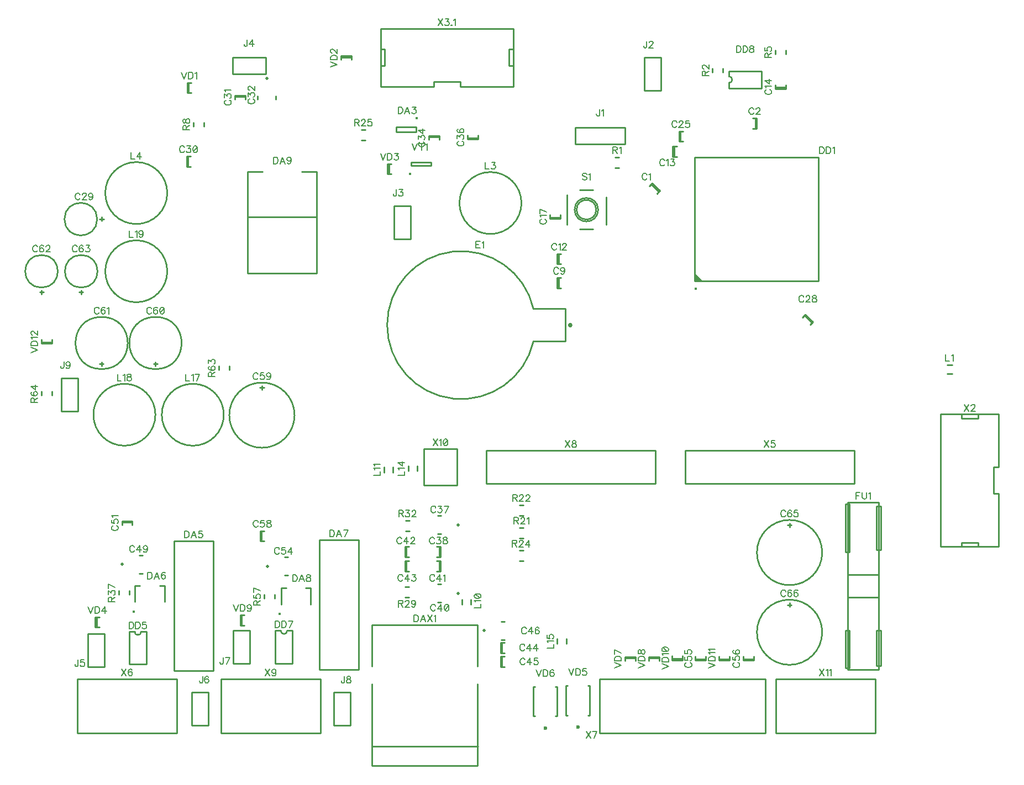
<source format=gto>
G04 DipTrace 3.2.0.1*
G04 TopSilk.gbr*
%MOIN*%
G04 #@! TF.FileFunction,Legend,Top*
G04 #@! TF.Part,Single*
%ADD10C,0.009843*%
%ADD22C,0.019688*%
%ADD26C,0.019683*%
%ADD38C,0.015401*%
%ADD42C,0.015401*%
%ADD49C,0.015665*%
%ADD58C,0.027515*%
%ADD65C,0.023613*%
%ADD68C,0.015404*%
%ADD176C,0.006176*%
%FSLAX26Y26*%
G04*
G70*
G90*
G75*
G01*
G04 TopSilk*
%LPD*%
X4347391Y3753884D2*
D10*
X4392018Y3709516D1*
X4352643Y3759166D2*
X4397269Y3714798D1*
X4352643Y3759166D2*
X4336032Y3742459D1*
X4397269Y3714798D2*
X4380659Y3698091D1*
X4974803Y4153512D2*
Y4090583D1*
X4982252Y4153512D2*
Y4090583D1*
Y4153512D2*
X4958693D1*
X4982252Y4090583D2*
X4958693D1*
X3787008Y3126016D2*
Y3188945D1*
X3779559Y3126016D2*
Y3188945D1*
Y3126016D2*
X3803118D1*
X3779559Y3188945D2*
X3803118D1*
X3787008Y3271685D2*
Y3334614D1*
X3779559Y3271685D2*
Y3334614D1*
Y3271685D2*
X3803118D1*
X3779559Y3334614D2*
X3803118D1*
X4483858Y3921291D2*
Y3984220D1*
X4476409Y3921291D2*
Y3984220D1*
Y3921291D2*
X4499969D1*
X4476409Y3984220D2*
X4499969D1*
X5157449Y4338189D2*
X5094520D1*
X5157449Y4330740D2*
X5094520D1*
X5157449D2*
Y4354299D1*
X5094520Y4330740D2*
Y4354299D1*
X3799181Y3554724D2*
X3736252D1*
X3799181Y3547276D2*
X3736252D1*
X3799181D2*
Y3570835D1*
X3736252Y3547276D2*
Y3570835D1*
X4521260Y4011843D2*
Y4074772D1*
X4513811Y4011843D2*
Y4074772D1*
Y4011843D2*
X4537370D1*
X4513811Y4074772D2*
X4537370D1*
X5271173Y2962101D2*
X5316072Y2918008D1*
X5276392Y2967415D2*
X5321291Y2923323D1*
X5276392Y2967415D2*
X5259885Y2950606D1*
X5321291Y2923323D2*
X5304784Y2906514D1*
X807087Y3543307D2*
G02X807087Y3543307I98421J0D01*
G01*
X1031496Y3555118D2*
Y3531497D1*
X1043307Y3543307D2*
X1019685D1*
X1550787Y3860268D2*
Y3923197D1*
X1543339Y3860268D2*
Y3923197D1*
Y3860268D2*
X1566898D1*
X1543339Y3923197D2*
X1566898D1*
X1834677Y4281890D2*
X1897606D1*
X1834677Y4289339D2*
X1897606D1*
X1834677D2*
Y4265780D1*
X1897606Y4289339D2*
Y4265780D1*
D22*
X2027559Y4391733D3*
X1972441Y4287396D2*
D10*
Y4267713D1*
X2082677Y4287396D2*
Y4267713D1*
X3003969Y4039764D2*
X3066898D1*
X3003969Y4047213D2*
X3066898D1*
X3003969D2*
Y4023654D1*
X3066898Y4047213D2*
Y4023654D1*
X3301150Y4033071D2*
X3238220D1*
X3301150Y4025622D2*
X3238220D1*
X3301150D2*
Y4049181D1*
X3238220Y4025622D2*
Y4049181D1*
D26*
X3181752Y1697226D3*
X3077414Y1752344D2*
D10*
X3057731D1*
X3077414Y1642108D2*
X3057731D1*
X3067627Y1566207D2*
Y1503278D1*
X3075076Y1566207D2*
Y1503278D1*
Y1566207D2*
X3051517D1*
X3075076Y1503278D2*
X3051517D1*
D26*
X3181752Y1284769D3*
X3077414Y1339887D2*
D10*
X3057731D1*
X3077414Y1229651D2*
X3057731D1*
X3067627Y1478717D2*
Y1415787D1*
X3075076Y1478717D2*
Y1415787D1*
Y1478717D2*
X3051517D1*
X3075076Y1415787D2*
X3051517D1*
X2869234Y1503278D2*
Y1566207D1*
X2861785Y1503278D2*
Y1566207D1*
Y1503278D2*
X2885344D1*
X2861785Y1566207D2*
X2885344D1*
X2869234Y1415787D2*
Y1478717D1*
X2861785Y1415787D2*
Y1478717D1*
Y1415787D2*
X2885344D1*
X2861785Y1478717D2*
X2885344D1*
X3444567Y924717D2*
Y987646D1*
X3437118Y924717D2*
Y987646D1*
Y924717D2*
X3460677D1*
X3437118Y987646D2*
X3460677D1*
X3445669Y839835D2*
Y902764D1*
X3438220Y839835D2*
Y902764D1*
Y839835D2*
X3461780D1*
X3438220Y902764D2*
X3461780D1*
D26*
X3337794Y1059252D3*
X3442132Y1004134D2*
D10*
X3461815D1*
X3442132Y1114370D2*
X3461815D1*
D26*
X1155277Y1459192D3*
X1259615Y1404073D2*
D10*
X1279298D1*
X1259615Y1514310D2*
X1279298D1*
X1153575Y1712992D2*
X1216504D1*
X1153575Y1720441D2*
X1216504D1*
X1153575D2*
Y1696882D1*
X1216504Y1720441D2*
Y1696882D1*
D26*
X2030185Y1447252D3*
X2134523Y1392134D2*
D10*
X2154206D1*
X2134523Y1502370D2*
X2154206D1*
X4675323Y885709D2*
X4612394D1*
X4675323Y878260D2*
X4612394D1*
X4675323D2*
Y901819D1*
X4612394Y878260D2*
Y901819D1*
X4963315Y885709D2*
X4900386D1*
X4963315Y878260D2*
X4900386D1*
X4963315D2*
Y901819D1*
X4900386Y878260D2*
Y901819D1*
X1995669Y1598457D2*
Y1661386D1*
X1988220Y1598457D2*
Y1661386D1*
Y1598457D2*
X2011780D1*
X1988220Y1661386D2*
X2011780D1*
X1998218Y2162806D2*
G02X1998218Y2162806I0J196850D01*
G01*
X1986407Y2525010D2*
X2010029D1*
X1998218Y2536822D2*
Y2513199D1*
X1356102Y2952756D2*
G02X1356102Y2952756I0J-157480D01*
G01*
X1367913Y2669291D2*
X1344291D1*
X1356102Y2657480D2*
Y2681102D1*
X1031142Y2952756D2*
G02X1031142Y2952756I0J-157480D01*
G01*
X1042953Y2669291D2*
X1019331D1*
X1031142Y2657480D2*
Y2681102D1*
X668669Y3326772D2*
G02X668669Y3326772I0J-98421D01*
G01*
X680480Y3102362D2*
X656859D1*
X668669Y3090551D2*
Y3114173D1*
X908039Y3326772D2*
G02X908039Y3326772I0J-98421D01*
G01*
X919850Y3102362D2*
X896229D1*
X908039Y3090551D2*
Y3114173D1*
X5180698Y1333207D2*
G02X5180698Y1333207I0J196850D01*
G01*
X5168887Y1695412D2*
X5192509D1*
X5180698Y1707223D2*
Y1683601D1*
Y852008D2*
G02X5180698Y852008I0J196850D01*
G01*
X5168887Y1214213D2*
X5192509D1*
X5180698Y1226024D2*
Y1202402D1*
D38*
X2932229Y4154274D3*
X2926966Y4100208D2*
D10*
X2808858D1*
X2926966Y4068718D2*
X2808858D1*
Y4100208D2*
Y4068718D1*
X2926966Y4100208D2*
Y4068718D1*
X1705413Y1601133D2*
X1469193D1*
Y817668D1*
X1705413D1*
Y1601133D1*
X1232831Y1232884D2*
Y1331290D1*
X1262372D1*
X1380457D2*
X1409997D1*
Y1232884D1*
D42*
X1223734Y1174254D3*
X2580413Y1607382D2*
D10*
X2344193D1*
Y823917D1*
X2580413D1*
Y1607382D1*
X2113989Y1217913D2*
Y1316319D1*
X2143529D1*
X2261614D2*
X2291155D1*
Y1217913D1*
D42*
X2104892Y1159283D3*
X1912480Y3557638D2*
D10*
X2329803D1*
X1912480Y3215593D2*
X2329803D1*
Y3829415D1*
X1912480Y3215593D2*
Y3829415D1*
X2003039D1*
X2239244D2*
X2329803D1*
X3300950Y359466D2*
X2660862D1*
X3299668Y738056D2*
Y244291D1*
X2662143D1*
Y738056D1*
Y844306D2*
Y1094291D1*
X3299668D1*
Y844306D1*
X4607962Y3169274D2*
X5355915D1*
Y3917046D1*
X4607962D1*
Y3169274D1*
D49*
X4615795Y3122007D3*
G36*
X4607962Y3169274D2*
X4659123D1*
X4607962Y3220345D1*
Y3169274D1*
G37*
X1198733Y1051973D2*
D10*
Y855119D1*
X1301109Y1051973D2*
Y855119D1*
X1198733D2*
X1301109D1*
X1230227Y1051973D2*
X1198733D1*
X1269616D2*
X1301109D1*
X1230227D2*
G03X1269616Y1051973I19694J9D01*
G01*
X2079891Y1058222D2*
Y861368D1*
X2182267Y1058222D2*
Y861368D1*
X2079891D2*
X2182267D1*
X2111384Y1058222D2*
X2079891D1*
X2150773D2*
X2182267D1*
X2111384D2*
G03X2150773Y1058222I19694J9D01*
G01*
X4814959Y4334442D2*
X5011813D1*
X4814959Y4436818D2*
X5011813D1*
Y4334442D2*
Y4436818D1*
X4814959Y4365935D2*
Y4334442D1*
Y4405324D2*
Y4436818D1*
Y4365935D2*
G03X4814959Y4405324I-9J19694D01*
G01*
D58*
X3858290Y2903543D3*
X3828761Y2805106D2*
D10*
Y3001980D1*
Y2805106D2*
X3635819D1*
X3828761Y3001980D2*
X3635819D1*
Y2805106D2*
G02X3635819Y3001980I-435647J98437D01*
G01*
X5718201Y1834764D2*
X5530691D1*
Y822264D1*
X5718201D1*
Y1834764D1*
Y1397466D2*
X5530691Y1397263D1*
X5718201Y1259766D2*
X5530691Y1259563D1*
X5730696Y1809756D2*
X5705706D1*
Y1547214D1*
X5730696D1*
Y1809756D1*
X5543186Y1822311D2*
X5518196D1*
Y1534761D1*
X5543186D1*
Y1822311D1*
X5730696Y1059898D2*
X5705706D1*
Y847273D1*
X5730696D1*
Y1059898D1*
X5543186Y1059797D2*
X5518196D1*
Y834718D1*
X5543186D1*
Y1059797D1*
X3886659Y4097165D2*
X4186622D1*
Y3997160D1*
X3886659D1*
Y4097165D1*
X4304326Y4320067D2*
X4404331D1*
Y4520091D1*
X4304326D1*
Y4320067D1*
X2794483Y3424397D2*
X2894488D1*
Y3624421D1*
X2794483D1*
Y3424397D1*
X1820067Y4518509D2*
X2020091D1*
Y4418504D1*
X1820067D1*
Y4518509D1*
X949882Y841048D2*
X1049887D1*
Y1041072D1*
X949882D1*
Y841048D1*
X1674827Y684849D2*
X1574822D1*
Y484825D1*
X1674827D1*
Y684849D1*
X1824790Y859796D2*
X1924795D1*
Y1059820D1*
X1824790D1*
Y859796D1*
X2530987Y684849D2*
X2430982D1*
Y484825D1*
X2530987D1*
Y684849D1*
X787399Y2384636D2*
X887404D1*
Y2584660D1*
X787399D1*
Y2384636D1*
X6161444Y2663417D2*
X6129944D1*
X6161444Y2608299D2*
X6129944D1*
X3189518Y3640648D2*
G02X3189518Y3640648I187008J0D01*
G01*
X1053150Y3700787D2*
G02X1053150Y3700787I187008J0D01*
G01*
X3203312Y1247738D2*
Y1216238D1*
X3258430Y1247738D2*
Y1216238D1*
X2789402Y2013753D2*
Y2045253D1*
X2734283Y2013753D2*
Y2045253D1*
X2935976Y2022650D2*
Y2054150D1*
X2880858Y2022650D2*
Y2054150D1*
X3779575Y1009909D2*
Y978409D1*
X3834693Y1009909D2*
Y978409D1*
X1394055Y2362205D2*
G02X1394055Y2362205I187008J0D01*
G01*
X981614D2*
G02X981614Y2362205I187008J0D01*
G01*
X1053150Y3228346D2*
G02X1053150Y3228346I187008J0D01*
G01*
X4127984Y3854362D2*
X4151543D1*
X4127984Y3917291D2*
X4151543D1*
X4716567Y4454693D2*
Y4431134D1*
X4779496Y4454693D2*
Y4431134D1*
X5157449Y4539402D2*
Y4562961D1*
X5094520Y4539402D2*
Y4562961D1*
X1584677Y4127921D2*
Y4104362D1*
X1647606Y4127921D2*
Y4104362D1*
X3574772Y1679102D2*
X3551213D1*
X3574772Y1616173D2*
X3551213D1*
X3574772Y1816588D2*
X3551213D1*
X3574772Y1753659D2*
X3551213D1*
X3574772Y1541617D2*
X3551213D1*
X3574772Y1478688D2*
X3551213D1*
X2598457Y4019717D2*
X2622016D1*
X2598457Y4082646D2*
X2622016D1*
X2861785Y1259554D2*
X2885344D1*
X2861785Y1322483D2*
X2885344D1*
X2887596Y1722441D2*
X2864037D1*
X2887596Y1659512D2*
X2864037D1*
X1198197Y1275386D2*
Y1298945D1*
X1135268Y1275386D2*
Y1298945D1*
X2074992Y1253115D2*
Y1276675D1*
X2012063Y1253115D2*
Y1276675D1*
X1738220Y2655480D2*
Y2631921D1*
X1801150Y2655480D2*
Y2631921D1*
X730283Y2478378D2*
Y2501937D1*
X667354Y2478378D2*
Y2501937D1*
X3884257Y3600197D2*
G02X3884257Y3600197I70861J0D01*
G01*
X3837001Y3690752D2*
Y3509642D1*
X3915721Y3482072D2*
X3994491D1*
X4073235Y3509642D2*
Y3674998D1*
X3994491Y3718322D2*
X3915721D1*
X3896047Y3600197D2*
G02X3896047Y3600197I59059J0D01*
G01*
X1547276Y4368079D2*
X1570835D1*
X1547276Y4305150D2*
X1570835D1*
X1554690D2*
Y4368079D1*
X1547241Y4305150D2*
Y4368079D1*
X2537665Y4528562D2*
Y4505003D1*
X2474736Y4528562D2*
Y4505003D1*
Y4521148D2*
X2537665D1*
X2474736Y4528596D2*
X2537665D1*
X2755937Y3877921D2*
X2779496D1*
X2755937Y3814992D2*
X2779496D1*
X2763351D2*
Y3877921D1*
X2755902Y3814992D2*
Y3877921D1*
X993231Y1141066D2*
X1016790D1*
X993231Y1078136D2*
X1016790D1*
X1000645D2*
Y1141066D1*
X993196Y1078136D2*
Y1141066D1*
X3832674Y547772D2*
Y724944D1*
X3974410Y547772D2*
Y724944D1*
X3832674D2*
X3842525D1*
X3832674Y547772D2*
X3842525D1*
X3964559Y724944D2*
X3974410D1*
X3964559Y547772D2*
X3974410D1*
D65*
X3903542Y475930D3*
X3635705Y541521D2*
D10*
Y718693D1*
X3777442Y541521D2*
Y718693D1*
X3635705D2*
X3645556D1*
X3635705Y541521D2*
X3645556D1*
X3767591Y718693D2*
X3777442D1*
X3767591Y541521D2*
X3777442D1*
D65*
X3706573Y469679D3*
X4250913Y900717D2*
D10*
Y877157D1*
X4187984Y900717D2*
Y877157D1*
Y893302D2*
X4250913D1*
X4187984Y900751D2*
X4250913D1*
X4393394Y900717D2*
Y877157D1*
X4330465Y900717D2*
Y877157D1*
Y893302D2*
X4393394D1*
X4330465Y900751D2*
X4393394D1*
X1868139Y1153751D2*
X1891698D1*
X1868139Y1090822D2*
X1891698D1*
X1875553D2*
Y1153751D1*
X1868104Y1090822D2*
Y1153751D1*
X4472945Y881291D2*
Y904850D1*
X4535874Y881291D2*
Y904850D1*
Y888706D2*
X4472945D1*
X4535874Y881257D2*
X4472945D1*
X4754874Y878260D2*
Y901819D1*
X4817803Y878260D2*
Y901819D1*
Y885674D2*
X4754874D1*
X4817803Y878225D2*
X4754874D1*
X667328Y2791580D2*
Y2815139D1*
X730257Y2791580D2*
Y2815139D1*
Y2798994D2*
X667328D1*
X730257Y2791545D2*
X667328D1*
D68*
X2890411Y3816000D3*
X2899612Y3866142D2*
D10*
X3017717D1*
Y3885827D1*
X2899612D1*
Y3866142D1*
X6318129Y1590769D2*
Y1565969D1*
X6218029Y1590769D2*
X6318129D1*
X6218029D2*
Y1565969D1*
X6318129Y2365969D2*
Y2341169D1*
X6218029D2*
X6318129D1*
X6218029Y2365969D2*
Y2341169D1*
X6093079Y1565969D2*
X6443079D1*
X6093079Y2365969D2*
X6443079D1*
X6093079D2*
Y1565969D1*
X6412979Y1885969D2*
X6443079D1*
X6412979Y2045969D2*
Y1885969D1*
Y2045969D2*
X6443079D1*
Y1885969D2*
Y1565969D1*
Y2365969D2*
Y2045969D1*
X4552165Y2147194D2*
X5571850D1*
Y1947194D1*
X4552165D1*
Y2147194D1*
X884252Y767717D2*
X1484252D1*
Y440945D1*
X884252D1*
Y767717D1*
X4033858D2*
X5033858D1*
Y440945D1*
X4033858D1*
Y767717D1*
X4371916Y1947244D2*
X3352231D1*
Y2147244D1*
X4371916D1*
Y1947244D1*
X1750394Y767717D2*
X2350394D1*
Y440945D1*
X1750394D1*
Y767717D1*
X2974651Y1937402D2*
X3174651D1*
Y2157087D1*
X2974651D1*
Y1937402D1*
X5096850Y767717D2*
X5696850D1*
Y440945D1*
X5096850D1*
Y767717D1*
X2738186Y4468454D2*
X2713386D1*
X2738186Y4568554D2*
Y4468454D1*
Y4568554D2*
X2713386D1*
X3513386Y4468454D2*
X3488586D1*
Y4568554D2*
Y4468454D1*
X3513386Y4568554D2*
X3488586D1*
X2713386Y4693504D2*
Y4343504D1*
X3513386Y4693504D2*
Y4343504D1*
Y4693504D2*
X2713386D1*
X3033386Y4373604D2*
Y4343504D1*
X3193386Y4373604D2*
X3033386D1*
X3193386D2*
Y4343504D1*
X3033386D2*
X2713386D1*
X3513386D2*
X3193386D1*
X4320813Y3810912D2*
D176*
X4318912Y3814715D1*
X4315065Y3818562D1*
X4311263Y3820463D1*
X4303613D1*
X4299767Y3818562D1*
X4295964Y3814715D1*
X4294019Y3810912D1*
X4292117Y3805164D1*
Y3795569D1*
X4294019Y3789866D1*
X4295964Y3786019D1*
X4299767Y3782216D1*
X4303613Y3780271D1*
X4311263D1*
X4315065Y3782216D1*
X4318912Y3786019D1*
X4320813Y3789866D1*
X4333165Y3812769D2*
X4337011Y3814715D1*
X4342759Y3820419D1*
Y3780271D1*
X4965247Y4206508D2*
X4963346Y4210311D1*
X4959499Y4214158D1*
X4955697Y4216059D1*
X4948047D1*
X4944201Y4214158D1*
X4940398Y4210311D1*
X4938453Y4206508D1*
X4936551Y4200760D1*
Y4191165D1*
X4938453Y4185462D1*
X4940398Y4181615D1*
X4944201Y4177812D1*
X4948047Y4175867D1*
X4955697D1*
X4959499Y4177812D1*
X4963346Y4181615D1*
X4965247Y4185462D1*
X4979544Y4206464D2*
Y4208365D1*
X4981446Y4212212D1*
X4983347Y4214113D1*
X4987194Y4216015D1*
X4994843D1*
X4998645Y4214113D1*
X5000547Y4212212D1*
X5002492Y4208365D1*
Y4204563D1*
X5000547Y4200716D1*
X4996744Y4195012D1*
X4977599Y4175867D1*
X5004393D1*
X3787064Y3241941D2*
X3785163Y3245744D1*
X3781316Y3249591D1*
X3777514Y3251492D1*
X3769864D1*
X3766018Y3249591D1*
X3762215Y3245744D1*
X3760269Y3241941D1*
X3758368Y3236193D1*
Y3226598D1*
X3760269Y3220895D1*
X3762215Y3217048D1*
X3766018Y3213245D1*
X3769864Y3211300D1*
X3777514D1*
X3781316Y3213245D1*
X3785163Y3217048D1*
X3787064Y3220895D1*
X3824309Y3238095D2*
X3822363Y3232346D1*
X3818561Y3228500D1*
X3812813Y3226598D1*
X3810912D1*
X3805164Y3228500D1*
X3801361Y3232346D1*
X3799416Y3238095D1*
Y3239996D1*
X3801361Y3245744D1*
X3805164Y3249546D1*
X3810912Y3251448D1*
X3812813D1*
X3818561Y3249546D1*
X3822363Y3245744D1*
X3824309Y3238095D1*
Y3228500D1*
X3822363Y3218949D1*
X3818561Y3213201D1*
X3812813Y3211300D1*
X3809010D1*
X3803262Y3213201D1*
X3801361Y3217048D1*
X3775140Y3387611D2*
X3773239Y3391413D1*
X3769392Y3395260D1*
X3765590Y3397161D1*
X3757941D1*
X3754094Y3395260D1*
X3750291Y3391413D1*
X3748346Y3387611D1*
X3746444Y3381863D1*
Y3372268D1*
X3748346Y3366564D1*
X3750291Y3362717D1*
X3754094Y3358915D1*
X3757941Y3356969D1*
X3765590D1*
X3769392Y3358915D1*
X3773239Y3362717D1*
X3775140Y3366564D1*
X3787492Y3389468D2*
X3791339Y3391413D1*
X3797087Y3397117D1*
Y3356969D1*
X3811383Y3387566D2*
Y3389468D1*
X3813285Y3393314D1*
X3815186Y3395216D1*
X3819033Y3397117D1*
X3826682D1*
X3830485Y3395216D1*
X3832386Y3393314D1*
X3834331Y3389468D1*
Y3385665D1*
X3832386Y3381818D1*
X3828583Y3376114D1*
X3809438Y3356969D1*
X3836233D1*
X4426715Y3895485D2*
X4424814Y3899287D1*
X4420967Y3903134D1*
X4417165Y3905035D1*
X4409515D1*
X4405669Y3903134D1*
X4401866Y3899287D1*
X4399921Y3895485D1*
X4398019Y3889737D1*
Y3880142D1*
X4399921Y3874438D1*
X4401866Y3870591D1*
X4405669Y3866789D1*
X4409515Y3864843D1*
X4417165D1*
X4420967Y3866789D1*
X4424814Y3870591D1*
X4426715Y3874438D1*
X4439067Y3897342D2*
X4442913Y3899287D1*
X4448661Y3904991D1*
Y3864843D1*
X4464860Y3904991D2*
X4485862D1*
X4474410Y3889692D1*
X4480158D1*
X4483961Y3887791D1*
X4485862Y3885890D1*
X4487807Y3880142D1*
Y3876339D1*
X4485862Y3870591D1*
X4482059Y3866744D1*
X4476311Y3864843D1*
X4470563D1*
X4464860Y3866744D1*
X4462958Y3868690D1*
X4461013Y3872492D1*
X5041523Y4325371D2*
X5037721Y4323470D1*
X5033874Y4319623D1*
X5031973Y4315820D1*
Y4308171D1*
X5033874Y4304324D1*
X5037721Y4300522D1*
X5041523Y4298576D1*
X5047271Y4296675D1*
X5056866D1*
X5062570Y4298576D1*
X5066417Y4300522D1*
X5070219Y4304324D1*
X5072165Y4308171D1*
Y4315820D1*
X5070219Y4319623D1*
X5066417Y4323470D1*
X5062570Y4325371D1*
X5039666Y4337722D2*
X5037721Y4341569D1*
X5032017Y4347317D1*
X5072165D1*
Y4378814D2*
X5032017D1*
X5058767Y4359669D1*
Y4388364D1*
X3683256Y3542857D2*
X3679453Y3540956D1*
X3675606Y3537109D1*
X3673705Y3533307D1*
Y3525657D1*
X3675606Y3521810D1*
X3679453Y3518008D1*
X3683256Y3516062D1*
X3689004Y3514161D1*
X3698598D1*
X3704302Y3516062D1*
X3708149Y3518008D1*
X3711952Y3521810D1*
X3713897Y3525657D1*
Y3533306D1*
X3711952Y3537109D1*
X3708149Y3540956D1*
X3704302Y3542857D1*
X3681399Y3555208D2*
X3679453Y3559055D1*
X3673749Y3564803D1*
X3713897D1*
Y3584804D2*
X3673749Y3603949D1*
Y3577155D1*
X4500792Y4127768D2*
X4498891Y4131571D1*
X4495044Y4135417D1*
X4491242Y4137319D1*
X4483593D1*
X4479746Y4135417D1*
X4475943Y4131571D1*
X4473998Y4127768D1*
X4472097Y4122020D1*
Y4112425D1*
X4473998Y4106721D1*
X4475943Y4102875D1*
X4479746Y4099072D1*
X4483593Y4097127D1*
X4491242D1*
X4495044Y4099072D1*
X4498891Y4102875D1*
X4500792Y4106721D1*
X4515089Y4127724D2*
Y4129625D1*
X4516991Y4133472D1*
X4518892Y4135373D1*
X4522739Y4137274D1*
X4530388D1*
X4534190Y4135373D1*
X4536092Y4133472D1*
X4538037Y4129625D1*
Y4125823D1*
X4536092Y4121976D1*
X4532289Y4116272D1*
X4513144Y4097127D1*
X4539939D1*
X4575238Y4137274D2*
X4556137D1*
X4554235Y4120075D1*
X4556137Y4121976D1*
X4561885Y4123921D1*
X4567589D1*
X4573337Y4121976D1*
X4577183Y4118173D1*
X4579085Y4112425D1*
Y4108623D1*
X4577183Y4102875D1*
X4573337Y4099028D1*
X4567589Y4097127D1*
X4561885D1*
X4556137Y4099028D1*
X4554235Y4100973D1*
X4552290Y4104776D1*
X5265812Y3072618D2*
X5263911Y3076420D1*
X5260064Y3080267D1*
X5256261Y3082168D1*
X5248612D1*
X5244765Y3080267D1*
X5240963Y3076420D1*
X5239017Y3072618D1*
X5237116Y3066870D1*
Y3057275D1*
X5239017Y3051571D1*
X5240963Y3047724D1*
X5244765Y3043922D1*
X5248612Y3041976D1*
X5256261D1*
X5260064Y3043922D1*
X5263911Y3047724D1*
X5265812Y3051571D1*
X5280109Y3072574D2*
Y3074475D1*
X5282010Y3078322D1*
X5283911Y3080223D1*
X5287758Y3082124D1*
X5295407D1*
X5299210Y3080223D1*
X5301111Y3078322D1*
X5303057Y3074475D1*
Y3070672D1*
X5301111Y3066825D1*
X5297309Y3061122D1*
X5278163Y3041976D1*
X5304958D1*
X5326860Y3082124D2*
X5321156Y3080223D1*
X5319211Y3076420D1*
Y3072574D1*
X5321156Y3068771D1*
X5324959Y3066825D1*
X5332608Y3064924D1*
X5338356Y3063023D1*
X5342159Y3059176D1*
X5344060Y3055374D1*
Y3049626D1*
X5342159Y3045823D1*
X5340257Y3043878D1*
X5334509Y3041976D1*
X5326860D1*
X5321156Y3043878D1*
X5319211Y3045823D1*
X5317309Y3049626D1*
Y3055374D1*
X5319211Y3059176D1*
X5323057Y3063023D1*
X5328761Y3064924D1*
X5336411Y3066825D1*
X5340257Y3068771D1*
X5342159Y3072574D1*
Y3076420D1*
X5340257Y3080223D1*
X5334509Y3082124D1*
X5326860D1*
X901349Y3690756D2*
X899448Y3694559D1*
X895601Y3698406D1*
X891799Y3700307D1*
X884150D1*
X880303Y3698406D1*
X876500Y3694559D1*
X874555Y3690756D1*
X872653Y3685008D1*
Y3675413D1*
X874555Y3669710D1*
X876500Y3665863D1*
X880303Y3662060D1*
X884150Y3660115D1*
X891799D1*
X895601Y3662060D1*
X899448Y3665863D1*
X901349Y3669710D1*
X915646Y3690712D2*
Y3692613D1*
X917548Y3696460D1*
X919449Y3698361D1*
X923296Y3700263D1*
X930945D1*
X934747Y3698361D1*
X936649Y3696460D1*
X938594Y3692613D1*
Y3688811D1*
X936649Y3684964D1*
X932846Y3679260D1*
X913701Y3660115D1*
X940495D1*
X977740Y3686909D2*
X975795Y3681161D1*
X971992Y3677315D1*
X966244Y3675413D1*
X964343D1*
X958595Y3677315D1*
X954792Y3681161D1*
X952847Y3686909D1*
Y3688811D1*
X954792Y3694559D1*
X958595Y3698361D1*
X964343Y3700263D1*
X966244D1*
X971992Y3698361D1*
X975795Y3694559D1*
X977740Y3686909D1*
Y3677315D1*
X975795Y3667764D1*
X971992Y3662016D1*
X966244Y3660115D1*
X962442D1*
X956694Y3662016D1*
X954792Y3665863D1*
X1530320Y3976193D2*
X1528419Y3979996D1*
X1524572Y3983843D1*
X1520769Y3985744D1*
X1513120D1*
X1509273Y3983843D1*
X1505471Y3979996D1*
X1503525Y3976193D1*
X1501624Y3970445D1*
Y3960850D1*
X1503525Y3955147D1*
X1505471Y3951300D1*
X1509273Y3947497D1*
X1513120Y3945552D1*
X1520769D1*
X1524572Y3947497D1*
X1528419Y3951300D1*
X1530320Y3955147D1*
X1546518Y3985700D2*
X1567521D1*
X1556069Y3970401D1*
X1561817D1*
X1565619Y3968500D1*
X1567521Y3966598D1*
X1569466Y3960850D1*
Y3957048D1*
X1567521Y3951300D1*
X1563718Y3947453D1*
X1557970Y3945552D1*
X1552222D1*
X1546518Y3947453D1*
X1544617Y3949399D1*
X1542671Y3953201D1*
X1593314Y3985700D2*
X1587566Y3983798D1*
X1583719Y3978050D1*
X1581817Y3968500D1*
Y3962752D1*
X1583719Y3953201D1*
X1587566Y3947453D1*
X1593314Y3945552D1*
X1597116D1*
X1602864Y3947453D1*
X1606667Y3953201D1*
X1608612Y3962752D1*
Y3968500D1*
X1606667Y3978050D1*
X1602864Y3983798D1*
X1597116Y3985700D1*
X1593314D1*
X1606667Y3978050D2*
X1583719Y3953201D1*
X1781681Y4261361D2*
X1777878Y4259460D1*
X1774032Y4255613D1*
X1772130Y4251810D1*
Y4244161D1*
X1774031Y4240314D1*
X1777878Y4236512D1*
X1781681Y4234566D1*
X1787429Y4232665D1*
X1797024D1*
X1802727Y4234566D1*
X1806574Y4236512D1*
X1810377Y4240314D1*
X1812322Y4244161D1*
Y4251810D1*
X1810377Y4255613D1*
X1806574Y4259460D1*
X1802727Y4261361D1*
X1772174Y4277559D2*
Y4298562D1*
X1787473Y4287110D1*
Y4292858D1*
X1789374Y4296660D1*
X1791276Y4298562D1*
X1797024Y4300507D1*
X1800826D1*
X1806574Y4298561D1*
X1810421Y4294759D1*
X1812322Y4289011D1*
Y4283263D1*
X1810421Y4277559D1*
X1808475Y4275658D1*
X1804673Y4273712D1*
X1779824Y4312858D2*
X1777878Y4316705D1*
X1772174Y4322453D1*
X1812322D1*
X1923413Y4268509D2*
X1919611Y4266608D1*
X1915764Y4262761D1*
X1913863Y4258959D1*
Y4251309D1*
X1915764Y4247462D1*
X1919611Y4243660D1*
X1923413Y4241714D1*
X1929161Y4239813D1*
X1938756D1*
X1944460Y4241714D1*
X1948306Y4243660D1*
X1952109Y4247462D1*
X1954055Y4251309D1*
Y4258958D1*
X1952109Y4262761D1*
X1948307Y4266608D1*
X1944460Y4268509D1*
X1913907Y4284707D2*
Y4305710D1*
X1929205Y4294258D1*
Y4300006D1*
X1931107Y4303808D1*
X1933008Y4305710D1*
X1938756Y4307655D1*
X1942558D1*
X1948306Y4305710D1*
X1952153Y4301907D1*
X1954055Y4296159D1*
Y4290411D1*
X1952153Y4284707D1*
X1950208Y4282806D1*
X1946405Y4280860D1*
X1923457Y4321952D2*
X1921556D1*
X1917709Y4323853D1*
X1915808Y4325755D1*
X1913907Y4329601D1*
Y4337251D1*
X1915808Y4341053D1*
X1917709Y4342954D1*
X1921556Y4344900D1*
X1925359D1*
X1929205Y4342954D1*
X1934909Y4339152D1*
X1954055Y4320006D1*
Y4346801D1*
X2950972Y4009684D2*
X2947170Y4007783D1*
X2943323Y4003936D1*
X2941422Y4000134D1*
Y3992485D1*
X2943323Y3988638D1*
X2947170Y3984835D1*
X2950972Y3982890D1*
X2956720Y3980989D1*
X2966315D1*
X2972019Y3982890D1*
X2975866Y3984835D1*
X2979668Y3988638D1*
X2981614Y3992485D1*
Y4000134D1*
X2979668Y4003936D1*
X2975866Y4007783D1*
X2972019Y4009684D1*
X2941466Y4025883D2*
Y4046885D1*
X2956764Y4035433D1*
Y4041181D1*
X2958666Y4044984D1*
X2960567Y4046885D1*
X2966315Y4048830D1*
X2970118D1*
X2975866Y4046885D1*
X2979712Y4043082D1*
X2981614Y4037334D1*
Y4031586D1*
X2979712Y4025883D1*
X2977767Y4023981D1*
X2973964Y4022036D1*
X2981614Y4080327D2*
X2941466D1*
X2968216Y4061182D1*
Y4089878D1*
X3185224Y4013576D2*
X3181422Y4011675D1*
X3177575Y4007828D1*
X3175674Y4004026D1*
Y3996376D1*
X3177575Y3992530D1*
X3181422Y3988727D1*
X3185224Y3986782D1*
X3190972Y3984880D1*
X3200567D1*
X3206271Y3986782D1*
X3210118Y3988727D1*
X3213920Y3992530D1*
X3215866Y3996376D1*
Y4004026D1*
X3213920Y4007828D1*
X3210118Y4011675D1*
X3206271Y4013576D1*
X3175718Y4029774D2*
Y4050777D1*
X3191016Y4039325D1*
Y4045073D1*
X3192918Y4048876D1*
X3194819Y4050777D1*
X3200567Y4052722D1*
X3204369D1*
X3210118Y4050777D1*
X3213964Y4046974D1*
X3215866Y4041226D1*
Y4035478D1*
X3213964Y4029774D1*
X3212019Y4027873D1*
X3208216Y4025928D1*
X3181422Y4088022D2*
X3177619Y4086120D1*
X3175718Y4080372D1*
Y4076570D1*
X3177619Y4070822D1*
X3183367Y4066975D1*
X3192918Y4065074D1*
X3202468D1*
X3210118Y4066975D1*
X3213964Y4070822D1*
X3215866Y4076570D1*
Y4078471D1*
X3213964Y4084175D1*
X3210118Y4088022D1*
X3204369Y4089923D1*
X3202468D1*
X3196720Y4088022D1*
X3192918Y4084175D1*
X3191016Y4078471D1*
Y4076570D1*
X3192918Y4070822D1*
X3196720Y4066975D1*
X3202468Y4065074D1*
X3046029Y1801372D2*
X3044127Y1805174D1*
X3040281Y1809021D1*
X3036478Y1810922D1*
X3028829D1*
X3024982Y1809021D1*
X3021179Y1805174D1*
X3019234Y1801372D1*
X3017333Y1795624D1*
Y1786029D1*
X3019234Y1780325D1*
X3021179Y1776478D1*
X3024982Y1772676D1*
X3028829Y1770730D1*
X3036478D1*
X3040281Y1772676D1*
X3044127Y1776478D1*
X3046029Y1780325D1*
X3062227Y1810878D2*
X3083229D1*
X3071777Y1795579D1*
X3077525D1*
X3081328Y1793678D1*
X3083229Y1791777D1*
X3085175Y1786029D1*
Y1782226D1*
X3083229Y1776478D1*
X3079427Y1772632D1*
X3073679Y1770730D1*
X3067931D1*
X3062227Y1772632D1*
X3060326Y1774577D1*
X3058380Y1778380D1*
X3105175Y1770730D2*
X3124321Y1810878D1*
X3097526D1*
X3038521Y1612954D2*
X3036619Y1616757D1*
X3032773Y1620604D1*
X3028970Y1622505D1*
X3021321D1*
X3017474Y1620604D1*
X3013671Y1616757D1*
X3011726Y1612954D1*
X3009825Y1607206D1*
Y1597612D1*
X3011726Y1591908D1*
X3013671Y1588061D1*
X3017474Y1584258D1*
X3021321Y1582313D1*
X3028970D1*
X3032773Y1584258D1*
X3036619Y1588061D1*
X3038521Y1591908D1*
X3054719Y1622461D2*
X3075721D1*
X3064269Y1607162D1*
X3070017D1*
X3073820Y1605261D1*
X3075721Y1603360D1*
X3077667Y1597612D1*
Y1593809D1*
X3075721Y1588061D1*
X3071919Y1584214D1*
X3066171Y1582313D1*
X3060423D1*
X3054719Y1584214D1*
X3052817Y1586160D1*
X3050872Y1589962D1*
X3099569Y1622461D2*
X3093865Y1620559D1*
X3091919Y1616757D1*
Y1612910D1*
X3093865Y1609108D1*
X3097667Y1607162D1*
X3105317Y1605261D1*
X3111065Y1603360D1*
X3114867Y1599513D1*
X3116769Y1595710D1*
Y1589962D1*
X3114867Y1586160D1*
X3112966Y1584214D1*
X3107218Y1582313D1*
X3099569D1*
X3093865Y1584214D1*
X3091919Y1586160D1*
X3090018Y1589962D1*
Y1595710D1*
X3091919Y1599513D1*
X3095766Y1603360D1*
X3101470Y1605261D1*
X3109119Y1607162D1*
X3112966Y1609108D1*
X3114867Y1612910D1*
Y1616757D1*
X3112966Y1620559D1*
X3107218Y1622461D1*
X3099569D1*
X3045078Y1207684D2*
X3043177Y1211487D1*
X3039330Y1215333D1*
X3035527Y1217235D1*
X3027878D1*
X3024031Y1215333D1*
X3020229Y1211487D1*
X3018283Y1207684D1*
X3016382Y1201936D1*
Y1192341D1*
X3018283Y1186637D1*
X3020229Y1182791D1*
X3024031Y1178988D1*
X3027878Y1177043D1*
X3035527D1*
X3039330Y1178988D1*
X3043177Y1182791D1*
X3045078Y1186637D1*
X3076575Y1177043D2*
Y1217190D1*
X3057429Y1190440D1*
X3086125D1*
X3109973Y1217190D2*
X3104225Y1215289D1*
X3100378Y1209541D1*
X3098477Y1199991D1*
Y1194243D1*
X3100378Y1184692D1*
X3104225Y1178944D1*
X3109973Y1177043D1*
X3113775D1*
X3119523Y1178944D1*
X3123326Y1184692D1*
X3125271Y1194243D1*
Y1199991D1*
X3123326Y1209541D1*
X3119523Y1215289D1*
X3113775Y1217190D1*
X3109973D1*
X3123326Y1209541D2*
X3100378Y1184692D1*
X3039898Y1387978D2*
X3037997Y1391781D1*
X3034150Y1395627D1*
X3030348Y1397529D1*
X3022699D1*
X3018852Y1395627D1*
X3015049Y1391781D1*
X3013104Y1387978D1*
X3011203Y1382230D1*
Y1372635D1*
X3013104Y1366931D1*
X3015049Y1363085D1*
X3018852Y1359282D1*
X3022699Y1357337D1*
X3030348D1*
X3034150Y1359282D1*
X3037997Y1363085D1*
X3039898Y1366931D1*
X3071395Y1357337D2*
Y1397484D1*
X3052250Y1370734D1*
X3080946D1*
X3093297Y1389835D2*
X3097144Y1391781D1*
X3102892Y1397484D1*
Y1357337D1*
X2841566Y1612954D2*
X2839665Y1616757D1*
X2835818Y1620604D1*
X2832016Y1622505D1*
X2824366D1*
X2820520Y1620604D1*
X2816717Y1616757D1*
X2814772Y1612954D1*
X2812870Y1607206D1*
Y1597612D1*
X2814772Y1591908D1*
X2816717Y1588061D1*
X2820520Y1584258D1*
X2824366Y1582313D1*
X2832016D1*
X2835818Y1584258D1*
X2839665Y1588061D1*
X2841566Y1591908D1*
X2873063Y1582313D2*
Y1622461D1*
X2853918Y1595710D1*
X2882614D1*
X2896910Y1612910D2*
Y1614811D1*
X2898812Y1618658D1*
X2900713Y1620559D1*
X2904560Y1622461D1*
X2912209D1*
X2916012Y1620559D1*
X2917913Y1618658D1*
X2919858Y1614811D1*
Y1611009D1*
X2917913Y1607162D1*
X2914110Y1601458D1*
X2894965Y1582313D1*
X2921760D1*
X2847816Y1387978D2*
X2845914Y1391781D1*
X2842068Y1395627D1*
X2838265Y1397529D1*
X2830616D1*
X2826769Y1395627D1*
X2822966Y1391781D1*
X2821021Y1387978D1*
X2819120Y1382230D1*
Y1372635D1*
X2821021Y1366931D1*
X2822966Y1363085D1*
X2826769Y1359282D1*
X2830616Y1357337D1*
X2838265D1*
X2842068Y1359282D1*
X2845914Y1363085D1*
X2847816Y1366931D1*
X2879312Y1357337D2*
Y1397484D1*
X2860167Y1370734D1*
X2888863D1*
X2905061Y1397484D2*
X2926063D1*
X2914612Y1382186D1*
X2920360D1*
X2924162Y1380284D1*
X2926063Y1378383D1*
X2928009Y1372635D1*
Y1368833D1*
X2926063Y1363085D1*
X2922261Y1359238D1*
X2916513Y1357337D1*
X2910765D1*
X2905061Y1359238D1*
X2903160Y1361183D1*
X2901214Y1364986D1*
X3582868Y967886D2*
X3580966Y971689D1*
X3577120Y975535D1*
X3573317Y977437D1*
X3565668D1*
X3561821Y975535D1*
X3558018Y971689D1*
X3556073Y967886D1*
X3554172Y962138D1*
Y952543D1*
X3556073Y946840D1*
X3558018Y942993D1*
X3561821Y939190D1*
X3565668Y937245D1*
X3573317D1*
X3577120Y939190D1*
X3580966Y942993D1*
X3582868Y946840D1*
X3614364Y937245D2*
Y977393D1*
X3595219Y950642D1*
X3623915D1*
X3655412Y937245D2*
Y977393D1*
X3636266Y950642D1*
X3664962D1*
X3584921Y883004D2*
X3583019Y886807D1*
X3579173Y890654D1*
X3575370Y892555D1*
X3567721D1*
X3563874Y890654D1*
X3560071Y886807D1*
X3558126Y883004D1*
X3556225Y877256D1*
Y867661D1*
X3558126Y861958D1*
X3560071Y858111D1*
X3563874Y854308D1*
X3567721Y852363D1*
X3575370D1*
X3579173Y854308D1*
X3583019Y858111D1*
X3584921Y861958D1*
X3616417Y852363D2*
Y892511D1*
X3597272Y865760D1*
X3625968D1*
X3661267Y892511D2*
X3642166D1*
X3640265Y875311D1*
X3642166Y877212D1*
X3647914Y879158D1*
X3653618D1*
X3659366Y877212D1*
X3663213Y873409D1*
X3665114Y867661D1*
Y863859D1*
X3663213Y858111D1*
X3659366Y854264D1*
X3653618Y852363D1*
X3647914D1*
X3642166Y854264D1*
X3640265Y856210D1*
X3638319Y860012D1*
X3593334Y1069422D2*
X3591433Y1073224D1*
X3587586Y1077071D1*
X3583784Y1078972D1*
X3576134D1*
X3572288Y1077071D1*
X3568485Y1073224D1*
X3566540Y1069422D1*
X3564638Y1063674D1*
Y1054079D1*
X3566540Y1048375D1*
X3568485Y1044528D1*
X3572288Y1040726D1*
X3576134Y1038780D1*
X3583784D1*
X3587586Y1040726D1*
X3591433Y1044528D1*
X3593334Y1048375D1*
X3624831Y1038780D2*
Y1078928D1*
X3605686Y1052177D1*
X3634382D1*
X3669681Y1073224D2*
X3667780Y1077027D1*
X3662032Y1078928D1*
X3658229D1*
X3652481Y1077027D1*
X3648634Y1071279D1*
X3646733Y1061728D1*
Y1052177D1*
X3648634Y1044528D1*
X3652481Y1040681D1*
X3658229Y1038780D1*
X3660130D1*
X3665834Y1040681D1*
X3669681Y1044528D1*
X3671582Y1050276D1*
Y1052177D1*
X3669681Y1057926D1*
X3665834Y1061728D1*
X3660130Y1063629D1*
X3658229D1*
X3652481Y1061728D1*
X3648634Y1057926D1*
X3646733Y1052177D1*
X1228905Y1563338D2*
X1227004Y1567140D1*
X1223157Y1570987D1*
X1219355Y1572888D1*
X1211705D1*
X1207859Y1570987D1*
X1204056Y1567140D1*
X1202111Y1563338D1*
X1200209Y1557590D1*
Y1547995D1*
X1202111Y1542291D1*
X1204056Y1538444D1*
X1207859Y1534642D1*
X1211705Y1532696D1*
X1219355D1*
X1223157Y1534642D1*
X1227004Y1538444D1*
X1228905Y1542291D1*
X1260402Y1532696D2*
Y1572844D1*
X1241257Y1546094D1*
X1269953D1*
X1307197Y1559491D2*
X1305252Y1553743D1*
X1301449Y1549896D1*
X1295701Y1547995D1*
X1293800D1*
X1288052Y1549896D1*
X1284250Y1553743D1*
X1282304Y1559491D1*
Y1561392D1*
X1284250Y1567140D1*
X1288052Y1570943D1*
X1293800Y1572844D1*
X1295701D1*
X1301449Y1570943D1*
X1305252Y1567140D1*
X1307197Y1559491D1*
Y1549896D1*
X1305252Y1540345D1*
X1301449Y1534597D1*
X1295701Y1532696D1*
X1291899D1*
X1286151Y1534597D1*
X1284250Y1538444D1*
X1100578Y1692463D2*
X1096776Y1690562D1*
X1092929Y1686715D1*
X1091028Y1682913D1*
Y1675264D1*
X1092929Y1671417D1*
X1096776Y1667614D1*
X1100578Y1665669D1*
X1106326Y1663767D1*
X1115921D1*
X1121625Y1665669D1*
X1125472Y1667614D1*
X1129274Y1671417D1*
X1131220Y1675263D1*
Y1682913D1*
X1129274Y1686715D1*
X1125472Y1690562D1*
X1121625Y1692463D1*
X1091072Y1727763D2*
Y1708661D1*
X1108272Y1706760D1*
X1106371Y1708661D1*
X1104425Y1714410D1*
Y1720113D1*
X1106371Y1725861D1*
X1110173Y1729708D1*
X1115921Y1731609D1*
X1119724D1*
X1125472Y1729708D1*
X1129319Y1725861D1*
X1131220Y1720113D1*
Y1714409D1*
X1129319Y1708661D1*
X1127373Y1706760D1*
X1123571Y1704815D1*
X1098721Y1743961D2*
X1096776Y1747808D1*
X1091072Y1753556D1*
X1131220D1*
X2102863Y1551398D2*
X2100962Y1555201D1*
X2097115Y1559047D1*
X2093312Y1560949D1*
X2085663D1*
X2081816Y1559047D1*
X2078014Y1555201D1*
X2076068Y1551398D1*
X2074167Y1545650D1*
Y1536055D1*
X2076068Y1530351D1*
X2078014Y1526505D1*
X2081816Y1522702D1*
X2085663Y1520757D1*
X2093312D1*
X2097115Y1522702D1*
X2100962Y1526505D1*
X2102863Y1530351D1*
X2138162Y1560904D2*
X2119061D1*
X2117160Y1543704D1*
X2119061Y1545606D1*
X2124809Y1547551D1*
X2130513D1*
X2136261Y1545606D1*
X2140108Y1541803D1*
X2142009Y1536055D1*
Y1532253D1*
X2140108Y1526505D1*
X2136261Y1522658D1*
X2130513Y1520757D1*
X2124809D1*
X2119061Y1522658D1*
X2117160Y1524603D1*
X2115214Y1528406D1*
X2173506Y1520757D2*
Y1560904D1*
X2154360Y1534154D1*
X2183056D1*
X4559397Y865241D2*
X4555595Y863340D1*
X4551748Y859493D1*
X4549847Y855691D1*
Y848042D1*
X4551748Y844195D1*
X4555595Y840392D1*
X4559397Y838447D1*
X4565145Y836545D1*
X4574740D1*
X4580444Y838447D1*
X4584291Y840392D1*
X4588093Y844195D1*
X4590039Y848041D1*
Y855691D1*
X4588093Y859493D1*
X4584291Y863340D1*
X4580444Y865241D1*
X4549891Y900541D2*
Y881440D1*
X4567091Y879538D1*
X4565190Y881439D1*
X4563244Y887188D1*
Y892891D1*
X4565190Y898639D1*
X4568992Y902486D1*
X4574740Y904387D1*
X4578543D1*
X4584291Y902486D1*
X4588138Y898639D1*
X4590039Y892891D1*
Y887187D1*
X4588138Y881439D1*
X4586192Y879538D1*
X4582389Y877593D1*
X4549891Y939687D2*
Y920586D1*
X4567091Y918684D1*
X4565190Y920586D1*
X4563244Y926334D1*
Y932037D1*
X4565190Y937785D1*
X4568992Y941632D1*
X4574740Y943533D1*
X4578543D1*
X4584291Y941632D1*
X4588137Y937785D1*
X4590039Y932037D1*
Y926334D1*
X4588137Y920586D1*
X4586192Y918684D1*
X4582389Y916739D1*
X4848830Y866028D2*
X4845028Y864126D1*
X4841181Y860280D1*
X4839280Y856477D1*
Y848828D1*
X4841181Y844981D1*
X4845028Y841179D1*
X4848830Y839233D1*
X4854578Y837332D1*
X4864173D1*
X4869877Y839233D1*
X4873724Y841179D1*
X4877526Y844981D1*
X4879472Y848828D1*
Y856477D1*
X4877526Y860280D1*
X4873724Y864126D1*
X4869877Y866028D1*
X4839324Y901327D2*
Y882226D1*
X4856524Y880325D1*
X4854623Y882226D1*
X4852677Y887974D1*
Y893678D1*
X4854623Y899426D1*
X4858425Y903272D1*
X4864173Y905174D1*
X4867976D1*
X4873724Y903272D1*
X4877571Y899426D1*
X4879472Y893678D1*
Y887974D1*
X4877571Y882226D1*
X4875625Y880325D1*
X4871823Y878379D1*
X4845028Y940473D2*
X4841225Y938572D1*
X4839324Y932824D1*
Y929021D1*
X4841225Y923273D1*
X4846973Y919426D1*
X4856524Y917525D1*
X4866075D1*
X4873724Y919426D1*
X4877571Y923273D1*
X4879472Y929021D1*
Y930922D1*
X4877571Y936626D1*
X4873724Y940473D1*
X4867976Y942374D1*
X4866075D1*
X4860326Y940473D1*
X4856524Y936626D1*
X4854623Y930922D1*
Y929021D1*
X4856524Y923273D1*
X4860326Y919426D1*
X4866075Y917525D1*
X1975224Y1714382D2*
X1973323Y1718185D1*
X1969476Y1722032D1*
X1965673Y1723933D1*
X1958024D1*
X1954177Y1722032D1*
X1950375Y1718185D1*
X1948429Y1714382D1*
X1946528Y1708634D1*
Y1699039D1*
X1948429Y1693336D1*
X1950375Y1689489D1*
X1954177Y1685686D1*
X1958024Y1683741D1*
X1965673D1*
X1969476Y1685686D1*
X1973323Y1689489D1*
X1975224Y1693336D1*
X2010523Y1723889D2*
X1991422D1*
X1989521Y1706689D1*
X1991422Y1708590D1*
X1997170Y1710535D1*
X2002874D1*
X2008622Y1708590D1*
X2012469Y1704787D1*
X2014370Y1699039D1*
Y1695237D1*
X2012469Y1689489D1*
X2008622Y1685642D1*
X2002874Y1683741D1*
X1997170D1*
X1991422Y1685642D1*
X1989521Y1687588D1*
X1987575Y1691390D1*
X2036272Y1723889D2*
X2030568Y1721987D1*
X2028623Y1718185D1*
Y1714338D1*
X2030568Y1710535D1*
X2034371Y1708590D1*
X2042020Y1706689D1*
X2047768Y1704787D1*
X2051571Y1700941D1*
X2053472Y1697138D1*
Y1691390D1*
X2051571Y1687588D1*
X2049669Y1685642D1*
X2043921Y1683741D1*
X2036272D1*
X2030568Y1685642D1*
X2028623Y1687588D1*
X2026721Y1691390D1*
Y1697138D1*
X2028623Y1700941D1*
X2032470Y1704787D1*
X2038173Y1706689D1*
X2045823Y1708590D1*
X2049669Y1710535D1*
X2051571Y1714338D1*
Y1718185D1*
X2049669Y1721987D1*
X2043921Y1723889D1*
X2036272D1*
X1974370Y2605534D2*
X1972469Y2609337D1*
X1968622Y2613184D1*
X1964820Y2615085D1*
X1957171D1*
X1953324Y2613184D1*
X1949521Y2609337D1*
X1947576Y2605534D1*
X1945674Y2599786D1*
Y2590192D1*
X1947576Y2584488D1*
X1949521Y2580641D1*
X1953324Y2576839D1*
X1957171Y2574893D1*
X1964820D1*
X1968622Y2576839D1*
X1972469Y2580641D1*
X1974370Y2584488D1*
X2009670Y2615041D2*
X1990569D1*
X1988667Y2597841D1*
X1990569Y2599742D1*
X1996317Y2601688D1*
X2002020D1*
X2007768Y2599742D1*
X2011615Y2595940D1*
X2013516Y2590192D1*
Y2586389D1*
X2011615Y2580641D1*
X2007768Y2576794D1*
X2002020Y2574893D1*
X1996317D1*
X1990569Y2576794D1*
X1988667Y2578740D1*
X1986722Y2582542D1*
X2050761Y2601688D2*
X2048816Y2595940D1*
X2045013Y2592093D1*
X2039265Y2590192D1*
X2037364D1*
X2031616Y2592093D1*
X2027813Y2595940D1*
X2025868Y2601688D1*
Y2603589D1*
X2027813Y2609337D1*
X2031616Y2613140D1*
X2037364Y2615041D1*
X2039265D1*
X2045013Y2613140D1*
X2048816Y2609337D1*
X2050761Y2601688D1*
Y2592093D1*
X2048816Y2582542D1*
X2045013Y2576794D1*
X2039265Y2574893D1*
X2035463D1*
X2029715Y2576794D1*
X2027813Y2580641D1*
X1332277Y3001784D2*
X1330376Y3005586D1*
X1326529Y3009433D1*
X1322726Y3011334D1*
X1315077D1*
X1311230Y3009433D1*
X1307428Y3005586D1*
X1305482Y3001784D1*
X1303581Y2996036D1*
Y2986441D1*
X1305482Y2980737D1*
X1307428Y2976890D1*
X1311230Y2973088D1*
X1315077Y2971142D1*
X1322726D1*
X1326529Y2973088D1*
X1330376Y2976890D1*
X1332277Y2980737D1*
X1367576Y3005586D2*
X1365675Y3009389D1*
X1359927Y3011290D1*
X1356124D1*
X1350376Y3009389D1*
X1346530Y3003641D1*
X1344628Y2994090D1*
Y2984540D1*
X1346530Y2976890D1*
X1350376Y2973044D1*
X1356124Y2971142D1*
X1358026D1*
X1363730Y2973044D1*
X1367576Y2976890D1*
X1369478Y2982638D1*
Y2984540D1*
X1367576Y2990288D1*
X1363730Y2994090D1*
X1358026Y2995992D1*
X1356124D1*
X1350376Y2994090D1*
X1346530Y2990288D1*
X1344628Y2984540D1*
X1393325Y3011290D2*
X1387577Y3009389D1*
X1383730Y3003641D1*
X1381829Y2994090D1*
Y2988342D1*
X1383730Y2978792D1*
X1387577Y2973044D1*
X1393325Y2971142D1*
X1397128D1*
X1402876Y2973044D1*
X1406678Y2978792D1*
X1408624Y2988342D1*
Y2994090D1*
X1406678Y3003641D1*
X1402876Y3009389D1*
X1397128Y3011290D1*
X1393325D1*
X1406678Y3003641D2*
X1383730Y2978792D1*
X1015916Y3001784D2*
X1014015Y3005586D1*
X1010168Y3009433D1*
X1006366Y3011334D1*
X998716D1*
X994870Y3009433D1*
X991067Y3005586D1*
X989122Y3001784D1*
X987220Y2996036D1*
Y2986441D1*
X989122Y2980737D1*
X991067Y2976890D1*
X994870Y2973088D1*
X998716Y2971142D1*
X1006366D1*
X1010168Y2973088D1*
X1014015Y2976890D1*
X1015916Y2980737D1*
X1051216Y3005586D2*
X1049314Y3009389D1*
X1043566Y3011290D1*
X1039764D1*
X1034016Y3009389D1*
X1030169Y3003641D1*
X1028268Y2994090D1*
Y2984540D1*
X1030169Y2976890D1*
X1034016Y2973044D1*
X1039764Y2971142D1*
X1041665D1*
X1047369Y2973044D1*
X1051216Y2976890D1*
X1053117Y2982638D1*
Y2984540D1*
X1051216Y2990288D1*
X1047369Y2994090D1*
X1041665Y2995992D1*
X1039764D1*
X1034016Y2994090D1*
X1030169Y2990288D1*
X1028268Y2984540D1*
X1065468Y3003641D2*
X1069315Y3005586D1*
X1075063Y3011290D1*
Y2971142D1*
X644844Y3375800D2*
X642943Y3379602D1*
X639096Y3383449D1*
X635293Y3385350D1*
X627644D1*
X623797Y3383449D1*
X619995Y3379602D1*
X618049Y3375800D1*
X616148Y3370052D1*
Y3360457D1*
X618049Y3354753D1*
X619995Y3350906D1*
X623797Y3347104D1*
X627644Y3345158D1*
X635293D1*
X639096Y3347104D1*
X642943Y3350906D1*
X644844Y3354753D1*
X680143Y3379602D2*
X678242Y3383405D1*
X672494Y3385306D1*
X668691D1*
X662943Y3383405D1*
X659097Y3377657D1*
X657195Y3368106D1*
Y3358555D1*
X659097Y3350906D1*
X662943Y3347059D1*
X668691Y3345158D1*
X670593D1*
X676296Y3347059D1*
X680143Y3350906D1*
X682045Y3356654D1*
Y3358555D1*
X680143Y3364303D1*
X676296Y3368106D1*
X670593Y3370007D1*
X668691D1*
X662943Y3368106D1*
X659097Y3364303D1*
X657195Y3358555D1*
X696341Y3375755D2*
Y3377657D1*
X698243Y3381503D1*
X700144Y3383405D1*
X703991Y3385306D1*
X711640D1*
X715443Y3383405D1*
X717344Y3381503D1*
X719289Y3377657D1*
Y3373854D1*
X717344Y3370007D1*
X713541Y3364303D1*
X694396Y3345158D1*
X721191D1*
X884214Y3375800D2*
X882313Y3379602D1*
X878466Y3383449D1*
X874663Y3385350D1*
X867014D1*
X863167Y3383449D1*
X859365Y3379602D1*
X857419Y3375800D1*
X855518Y3370052D1*
Y3360457D1*
X857419Y3354753D1*
X859365Y3350906D1*
X863167Y3347104D1*
X867014Y3345158D1*
X874663D1*
X878466Y3347104D1*
X882313Y3350906D1*
X884214Y3354753D1*
X919513Y3379602D2*
X917612Y3383405D1*
X911864Y3385306D1*
X908061D1*
X902313Y3383405D1*
X898467Y3377657D1*
X896565Y3368106D1*
Y3358555D1*
X898467Y3350906D1*
X902313Y3347059D1*
X908061Y3345158D1*
X909963D1*
X915667Y3347059D1*
X919513Y3350906D1*
X921415Y3356654D1*
Y3358555D1*
X919513Y3364303D1*
X915667Y3368106D1*
X909963Y3370007D1*
X908061D1*
X902313Y3368106D1*
X898467Y3364303D1*
X896565Y3358555D1*
X937613Y3385306D2*
X958615D1*
X947163Y3370007D1*
X952911D1*
X956714Y3368106D1*
X958615Y3366205D1*
X960561Y3360457D1*
Y3356654D1*
X958615Y3350906D1*
X954813Y3347059D1*
X949065Y3345158D1*
X943317D1*
X937613Y3347059D1*
X935711Y3349005D1*
X933766Y3352807D1*
X5156873Y1775936D2*
X5154972Y1779739D1*
X5151125Y1783585D1*
X5147322Y1785487D1*
X5139673D1*
X5135826Y1783585D1*
X5132024Y1779739D1*
X5130078Y1775936D1*
X5128177Y1770188D1*
Y1760593D1*
X5130078Y1754889D1*
X5132024Y1751043D1*
X5135826Y1747240D1*
X5139673Y1745295D1*
X5147322D1*
X5151125Y1747240D1*
X5154972Y1751043D1*
X5156873Y1754889D1*
X5192172Y1779739D2*
X5190271Y1783541D1*
X5184523Y1785442D1*
X5180720D1*
X5174972Y1783541D1*
X5171125Y1777793D1*
X5169224Y1768243D1*
Y1758692D1*
X5171125Y1751043D1*
X5174972Y1747196D1*
X5180720Y1745295D1*
X5182622D1*
X5188325Y1747196D1*
X5192172Y1751043D1*
X5194073Y1756791D1*
Y1758692D1*
X5192172Y1764440D1*
X5188325Y1768243D1*
X5182622Y1770144D1*
X5180720D1*
X5174972Y1768243D1*
X5171125Y1764440D1*
X5169224Y1758692D1*
X5229373Y1785442D2*
X5210272D1*
X5208370Y1768243D1*
X5210272Y1770144D1*
X5216020Y1772089D1*
X5221723D1*
X5227471Y1770144D1*
X5231318Y1766341D1*
X5233219Y1760593D1*
Y1756791D1*
X5231318Y1751043D1*
X5227471Y1747196D1*
X5221723Y1745295D1*
X5216020D1*
X5210272Y1747196D1*
X5208370Y1749141D1*
X5206425Y1752944D1*
X5157846Y1294737D2*
X5155944Y1298539D1*
X5152098Y1302386D1*
X5148295Y1304287D1*
X5140646D1*
X5136799Y1302386D1*
X5132996Y1298539D1*
X5131051Y1294737D1*
X5129150Y1288989D1*
Y1279394D1*
X5131051Y1273690D1*
X5132996Y1269843D1*
X5136799Y1266041D1*
X5140646Y1264095D1*
X5148295D1*
X5152098Y1266041D1*
X5155944Y1269843D1*
X5157846Y1273690D1*
X5193145Y1298539D2*
X5191244Y1302342D1*
X5185496Y1304243D1*
X5181693D1*
X5175945Y1302342D1*
X5172098Y1296594D1*
X5170197Y1287043D1*
Y1277492D1*
X5172098Y1269843D1*
X5175945Y1265996D1*
X5181693Y1264095D1*
X5183594D1*
X5189298Y1265996D1*
X5193145Y1269843D1*
X5195046Y1275591D1*
Y1277492D1*
X5193145Y1283240D1*
X5189298Y1287043D1*
X5183594Y1288944D1*
X5181693D1*
X5175945Y1287043D1*
X5172098Y1283240D1*
X5170197Y1277492D1*
X5230345Y1298539D2*
X5228444Y1302342D1*
X5222696Y1304243D1*
X5218894D1*
X5213146Y1302342D1*
X5209299Y1296594D1*
X5207398Y1287043D1*
Y1277492D1*
X5209299Y1269843D1*
X5213146Y1265996D1*
X5218894Y1264095D1*
X5220795D1*
X5226499Y1265996D1*
X5230345Y1269843D1*
X5232247Y1275591D1*
Y1277492D1*
X5230345Y1283240D1*
X5226499Y1287043D1*
X5220795Y1288944D1*
X5218894D1*
X5213146Y1287043D1*
X5209299Y1283240D1*
X5207398Y1277492D1*
X2819927Y4220550D2*
Y4180358D1*
X2833324D1*
X2839072Y4182303D1*
X2842919Y4186106D1*
X2844820Y4189952D1*
X2846722Y4195656D1*
Y4205251D1*
X2844820Y4210999D1*
X2842919Y4214802D1*
X2839072Y4218648D1*
X2833324Y4220550D1*
X2819927D1*
X2889714Y4180358D2*
X2874372Y4220550D1*
X2859073Y4180358D1*
X2864821Y4193755D2*
X2883966D1*
X2905913Y4220505D2*
X2926915D1*
X2915463Y4205207D1*
X2921211D1*
X2925014Y4203305D1*
X2926915Y4201404D1*
X2928860Y4195656D1*
Y4191854D1*
X2926915Y4186106D1*
X2923112Y4182259D1*
X2917364Y4180358D1*
X2911616D1*
X2905913Y4182259D1*
X2904011Y4184204D1*
X2902066Y4188007D1*
X1532836Y1659711D2*
Y1619519D1*
X1546234D1*
X1551982Y1621464D1*
X1555828Y1625267D1*
X1557730Y1629114D1*
X1559631Y1634818D1*
Y1644412D1*
X1557730Y1650160D1*
X1555828Y1653963D1*
X1551982Y1657810D1*
X1546234Y1659711D1*
X1532836D1*
X1602624Y1619519D2*
X1587281Y1659711D1*
X1571982Y1619519D1*
X1577730Y1632916D2*
X1596876D1*
X1637923Y1659667D2*
X1618822D1*
X1616921Y1642467D1*
X1618822Y1644368D1*
X1624570Y1646314D1*
X1630274D1*
X1636022Y1644368D1*
X1639869Y1640566D1*
X1641770Y1634818D1*
Y1631015D1*
X1639869Y1625267D1*
X1636022Y1621420D1*
X1630274Y1619519D1*
X1624570D1*
X1618822Y1621420D1*
X1616921Y1623366D1*
X1614975Y1627168D1*
X1309516Y1410841D2*
Y1370649D1*
X1322914D1*
X1328662Y1372594D1*
X1332509Y1376397D1*
X1334410Y1380244D1*
X1336311Y1385948D1*
Y1395542D1*
X1334410Y1401290D1*
X1332509Y1405093D1*
X1328662Y1408940D1*
X1322914Y1410841D1*
X1309516D1*
X1379304Y1370649D2*
X1363961Y1410841D1*
X1348663Y1370649D1*
X1354411Y1384046D2*
X1373556D1*
X1414603Y1405093D2*
X1412702Y1408895D1*
X1406954Y1410797D1*
X1403151D1*
X1397403Y1408895D1*
X1393557Y1403147D1*
X1391655Y1393597D1*
Y1384046D1*
X1393557Y1376397D1*
X1397403Y1372550D1*
X1403151Y1370649D1*
X1405053D1*
X1410757Y1372550D1*
X1414603Y1376397D1*
X1416505Y1382145D1*
Y1384046D1*
X1414603Y1389794D1*
X1410757Y1393597D1*
X1405053Y1395498D1*
X1403151D1*
X1397403Y1393597D1*
X1393557Y1389794D1*
X1391655Y1384046D1*
X2407836Y1665960D2*
Y1625768D1*
X2421234D1*
X2426982Y1627714D1*
X2430828Y1631516D1*
X2432730Y1635363D1*
X2434631Y1641067D1*
Y1650662D1*
X2432730Y1656410D1*
X2430828Y1660212D1*
X2426982Y1664059D1*
X2421234Y1665960D1*
X2407836D1*
X2477624Y1625768D2*
X2462281Y1665960D1*
X2446982Y1625768D1*
X2452730Y1639166D2*
X2471876D1*
X2497625Y1625768D2*
X2516770Y1665916D1*
X2489975D1*
X2183474Y1395870D2*
Y1355678D1*
X2196871D1*
X2202619Y1357623D1*
X2206466Y1361426D1*
X2208367Y1365273D1*
X2210269Y1370976D1*
Y1380571D1*
X2208367Y1386319D1*
X2206466Y1390122D1*
X2202619Y1393969D1*
X2196871Y1395870D1*
X2183474D1*
X2253261Y1355678D2*
X2237919Y1395870D1*
X2222620Y1355678D1*
X2228368Y1369075D2*
X2247513D1*
X2275163Y1395826D2*
X2269460Y1393924D1*
X2267514Y1390122D1*
Y1386275D1*
X2269460Y1382472D1*
X2273262Y1380527D1*
X2280911Y1378626D1*
X2286659Y1376724D1*
X2290462Y1372878D1*
X2292363Y1369075D1*
Y1363327D1*
X2290462Y1359525D1*
X2288561Y1357579D1*
X2282813Y1355678D1*
X2275163D1*
X2269460Y1357579D1*
X2267514Y1359525D1*
X2265613Y1363327D1*
Y1369075D1*
X2267514Y1372878D1*
X2271361Y1376724D1*
X2277065Y1378626D1*
X2284714Y1380527D1*
X2288561Y1382472D1*
X2290462Y1386275D1*
Y1390122D1*
X2288561Y1393924D1*
X2282813Y1395826D1*
X2275163D1*
X2067626Y3917867D2*
Y3877675D1*
X2081023D1*
X2086771Y3879621D1*
X2090618Y3883423D1*
X2092519Y3887270D1*
X2094420Y3892974D1*
Y3902569D1*
X2092519Y3908317D1*
X2090618Y3912119D1*
X2086771Y3915966D1*
X2081023Y3917867D1*
X2067626D1*
X2137413Y3877675D2*
X2122070Y3917867D1*
X2106772Y3877675D1*
X2112520Y3891073D2*
X2131665D1*
X2174658Y3904470D2*
X2172712Y3898722D1*
X2168910Y3894875D1*
X2163162Y3892974D1*
X2161261D1*
X2155513Y3894875D1*
X2151710Y3898722D1*
X2149764Y3904470D1*
Y3906371D1*
X2151710Y3912119D1*
X2155513Y3915922D1*
X2161261Y3917823D1*
X2163162D1*
X2168910Y3915922D1*
X2172712Y3912119D1*
X2174658Y3904470D1*
Y3894875D1*
X2172712Y3885324D1*
X2168910Y3879576D1*
X2163162Y3877675D1*
X2159359D1*
X2153611Y3879576D1*
X2151710Y3883423D1*
X2915466Y1152870D2*
Y1112678D1*
X2928863D1*
X2934611Y1114623D1*
X2938458Y1118426D1*
X2940359Y1122273D1*
X2942260Y1127976D1*
Y1137571D1*
X2940359Y1143319D1*
X2938458Y1147122D1*
X2934611Y1150969D1*
X2928863Y1152870D1*
X2915466D1*
X2985253Y1112678D2*
X2969910Y1152870D1*
X2954612Y1112678D1*
X2960360Y1126075D2*
X2979505D1*
X2997605Y1152870D2*
X3024399Y1112678D1*
Y1152870D2*
X2997605Y1112678D1*
X3036751Y1145176D2*
X3040597Y1147122D1*
X3046345Y1152826D1*
Y1112678D1*
X5363192Y3979691D2*
Y3939499D1*
X5376589D1*
X5382337Y3941445D1*
X5386184Y3945247D1*
X5388085Y3949094D1*
X5389986Y3954798D1*
Y3964393D1*
X5388085Y3970141D1*
X5386184Y3973943D1*
X5382337Y3977790D1*
X5376589Y3979691D1*
X5363192D1*
X5402338D2*
Y3939499D1*
X5415735D1*
X5421483Y3941445D1*
X5425330Y3945247D1*
X5427231Y3949094D1*
X5429132Y3954798D1*
Y3964393D1*
X5427231Y3970141D1*
X5425330Y3973943D1*
X5421483Y3977790D1*
X5415735Y3979691D1*
X5402338D1*
X5441484Y3971998D2*
X5445331Y3973943D1*
X5451079Y3979647D1*
Y3939499D1*
X1197378Y1110552D2*
Y1070360D1*
X1210775D1*
X1216523Y1072305D1*
X1220370Y1076108D1*
X1222271Y1079954D1*
X1224173Y1085658D1*
Y1095253D1*
X1222271Y1101001D1*
X1220370Y1104804D1*
X1216523Y1108650D1*
X1210775Y1110552D1*
X1197378D1*
X1236524D2*
Y1070360D1*
X1249921D1*
X1255669Y1072305D1*
X1259516Y1076108D1*
X1261417Y1079954D1*
X1263319Y1085658D1*
Y1095253D1*
X1261417Y1101001D1*
X1259516Y1104804D1*
X1255669Y1108650D1*
X1249921Y1110552D1*
X1236524D1*
X1298618Y1110507D2*
X1279517D1*
X1277615Y1093307D1*
X1279517Y1095209D1*
X1285265Y1097154D1*
X1290969D1*
X1296717Y1095209D1*
X1300563Y1091406D1*
X1302465Y1085658D1*
Y1081856D1*
X1300563Y1076108D1*
X1296717Y1072261D1*
X1290969Y1070360D1*
X1285265D1*
X1279517Y1072261D1*
X1277615Y1074206D1*
X1275670Y1078009D1*
X2078535Y1116801D2*
Y1076609D1*
X2091933D1*
X2097681Y1078554D1*
X2101527Y1082357D1*
X2103429Y1086204D1*
X2105330Y1091908D1*
Y1101502D1*
X2103429Y1107250D1*
X2101527Y1111053D1*
X2097681Y1114900D1*
X2091933Y1116801D1*
X2078535D1*
X2117681D2*
Y1076609D1*
X2131079D1*
X2136827Y1078554D1*
X2140674Y1082357D1*
X2142575Y1086204D1*
X2144476Y1091908D1*
Y1101502D1*
X2142575Y1107250D1*
X2140674Y1111053D1*
X2136827Y1114900D1*
X2131079Y1116801D1*
X2117681D1*
X2164477Y1076609D2*
X2183622Y1116757D1*
X2156827D1*
X4860865Y4589878D2*
Y4549686D1*
X4874262D1*
X4880010Y4551631D1*
X4883857Y4555434D1*
X4885758Y4559280D1*
X4887659Y4564984D1*
Y4574579D1*
X4885758Y4580327D1*
X4883857Y4584130D1*
X4880010Y4587976D1*
X4874262Y4589878D1*
X4860865D1*
X4900011D2*
Y4549686D1*
X4913408D1*
X4919156Y4551631D1*
X4923003Y4555434D1*
X4924904Y4559280D1*
X4926805Y4564984D1*
Y4574579D1*
X4924904Y4580327D1*
X4923003Y4584130D1*
X4919156Y4587976D1*
X4913408Y4589878D1*
X4900011D1*
X4948707Y4589833D2*
X4943003Y4587932D1*
X4941058Y4584130D1*
Y4580283D1*
X4943003Y4576480D1*
X4946806Y4574535D1*
X4954455Y4572634D1*
X4960203Y4570732D1*
X4964006Y4566886D1*
X4965907Y4563083D1*
Y4557335D1*
X4964006Y4553532D1*
X4962105Y4551587D1*
X4956357Y4549686D1*
X4948707D1*
X4943003Y4551587D1*
X4941058Y4553532D1*
X4939157Y4557335D1*
Y4563083D1*
X4941058Y4566886D1*
X4944905Y4570732D1*
X4950609Y4572634D1*
X4958258Y4574535D1*
X4962105Y4576480D1*
X4964006Y4580283D1*
Y4584130D1*
X4962105Y4587932D1*
X4956357Y4589833D1*
X4948707D1*
X3314247Y3408751D2*
X3289398D1*
Y3368559D1*
X3314247D1*
X3289398Y3389606D2*
X3304696D1*
X3326598Y3401058D2*
X3330445Y3403003D1*
X3336193Y3408707D1*
Y3368559D1*
X5606347Y1893343D2*
X5581453D1*
Y1853151D1*
Y1874198D2*
X5596752D1*
X5618698Y1893343D2*
Y1864647D1*
X5620599Y1858899D1*
X5624446Y1855096D1*
X5630194Y1853151D1*
X5633997D1*
X5639745Y1855096D1*
X5643592Y1858899D1*
X5645493Y1864647D1*
Y1893343D1*
X5657844Y1885649D2*
X5661691Y1887595D1*
X5667439Y1893299D1*
Y1853151D1*
X4035240Y4205739D2*
Y4175141D1*
X4033339Y4169393D1*
X4031393Y4167492D1*
X4027591Y4165547D1*
X4023744D1*
X4019941Y4167492D1*
X4018040Y4169393D1*
X4016095Y4175141D1*
Y4178944D1*
X4047591Y4198045D2*
X4051438Y4199991D1*
X4057186Y4205694D1*
Y4165547D1*
X4319330Y4618027D2*
Y4587430D1*
X4317429Y4581682D1*
X4315484Y4579781D1*
X4311681Y4577835D1*
X4307834D1*
X4304032Y4579781D1*
X4302130Y4581682D1*
X4300185Y4587430D1*
Y4591233D1*
X4333627Y4608432D2*
Y4610334D1*
X4335529Y4614181D1*
X4337430Y4616082D1*
X4341277Y4617983D1*
X4348926D1*
X4352728Y4616082D1*
X4354630Y4614181D1*
X4356575Y4610334D1*
Y4606531D1*
X4354630Y4602684D1*
X4350827Y4596981D1*
X4331682Y4577835D1*
X4358476D1*
X2809488Y3722358D2*
Y3691761D1*
X2807587Y3686013D1*
X2805641Y3684111D1*
X2801839Y3682166D1*
X2797992D1*
X2794189Y3684111D1*
X2792288Y3686013D1*
X2790342Y3691761D1*
Y3695563D1*
X2825686Y3722314D2*
X2846688D1*
X2835237Y3707015D1*
X2840985D1*
X2844787Y3705114D1*
X2846688Y3703213D1*
X2848634Y3697465D1*
Y3693662D1*
X2846688Y3687914D1*
X2842886Y3684067D1*
X2837138Y3682166D1*
X2831390D1*
X2825686Y3684067D1*
X2823785Y3686013D1*
X2821839Y3689815D1*
X1909128Y4627082D2*
Y4596485D1*
X1907226Y4590737D1*
X1905281Y4588836D1*
X1901478Y4586890D1*
X1897632D1*
X1893829Y4588836D1*
X1891928Y4590737D1*
X1889982Y4596485D1*
Y4600288D1*
X1940625Y4586890D2*
Y4627038D1*
X1921479Y4600288D1*
X1950175D1*
X889895Y882786D2*
Y852189D1*
X887993Y846441D1*
X886048Y844539D1*
X882245Y842594D1*
X878399D1*
X874596Y844539D1*
X872695Y846441D1*
X870749Y852189D1*
Y855991D1*
X925194Y882742D2*
X906093D1*
X904192Y865542D1*
X906093Y867443D1*
X911841Y869388D1*
X917545D1*
X923293Y867443D1*
X927139Y863640D1*
X929041Y857892D1*
Y854090D1*
X927139Y848342D1*
X923293Y844495D1*
X917545Y842594D1*
X911841D1*
X906093Y844495D1*
X904192Y846441D1*
X902246Y850243D1*
X1640794Y782786D2*
Y752189D1*
X1638893Y746441D1*
X1636947Y744539D1*
X1633145Y742594D1*
X1629298D1*
X1625495Y744539D1*
X1623594Y746441D1*
X1621649Y752189D1*
Y755991D1*
X1676093Y777038D2*
X1674192Y780840D1*
X1668444Y782742D1*
X1664641D1*
X1658893Y780840D1*
X1655047Y775092D1*
X1653145Y765542D1*
Y755991D1*
X1655047Y748342D1*
X1658893Y744495D1*
X1664641Y742594D1*
X1666543D1*
X1672246Y744495D1*
X1676093Y748342D1*
X1677994Y754090D1*
Y755991D1*
X1676093Y761739D1*
X1672246Y765542D1*
X1666543Y767443D1*
X1664641D1*
X1658893Y765542D1*
X1655047Y761739D1*
X1653145Y755991D1*
X1764803Y895284D2*
Y864687D1*
X1762902Y858939D1*
X1760956Y857038D1*
X1757153Y855092D1*
X1753307D1*
X1749504Y857038D1*
X1747603Y858939D1*
X1745657Y864687D1*
Y868490D1*
X1784803Y855092D2*
X1803949Y895240D1*
X1777154D1*
X2496003Y782786D2*
Y752189D1*
X2494102Y746441D1*
X2492157Y744539D1*
X2488354Y742594D1*
X2484507D1*
X2480705Y744539D1*
X2478804Y746441D1*
X2476858Y752189D1*
Y755991D1*
X2517905Y782742D2*
X2512202Y780840D1*
X2510256Y777038D1*
Y773191D1*
X2512202Y769388D1*
X2516004Y767443D1*
X2523653Y765542D1*
X2529401Y763640D1*
X2533204Y759794D1*
X2535105Y755991D1*
Y750243D1*
X2533204Y746441D1*
X2531303Y744495D1*
X2525555Y742594D1*
X2517905D1*
X2512202Y744495D1*
X2510256Y746441D1*
X2508355Y750243D1*
Y755991D1*
X2510256Y759794D1*
X2514103Y763640D1*
X2519807Y765542D1*
X2527456Y767443D1*
X2531303Y769388D1*
X2533204Y773191D1*
Y777038D1*
X2531303Y780840D1*
X2525555Y782742D1*
X2517905D1*
X803354Y2682597D2*
Y2652000D1*
X801453Y2646252D1*
X799508Y2644350D1*
X795705Y2642405D1*
X791858D1*
X788056Y2644350D1*
X786155Y2646252D1*
X784209Y2652000D1*
Y2655802D1*
X840599Y2669199D2*
X838654Y2663451D1*
X834851Y2659605D1*
X829103Y2657703D1*
X827202D1*
X821454Y2659605D1*
X817651Y2663451D1*
X815706Y2669199D1*
Y2671101D1*
X817651Y2676849D1*
X821454Y2680651D1*
X827202Y2682553D1*
X829103D1*
X834851Y2680651D1*
X838654Y2676849D1*
X840599Y2669199D1*
Y2659605D1*
X838654Y2650054D1*
X834851Y2644306D1*
X829103Y2642405D1*
X825301D1*
X819553Y2644306D1*
X817651Y2648153D1*
X6123222Y2725901D2*
Y2685709D1*
X6146170D1*
X6158522Y2718208D2*
X6162368Y2720153D1*
X6168116Y2725857D1*
Y2685709D1*
X3345479Y3886235D2*
Y3846043D1*
X3368427D1*
X3384625Y3886190D2*
X3405628D1*
X3394176Y3870892D1*
X3399924D1*
X3403726Y3868991D1*
X3405628Y3867089D1*
X3407573Y3861341D1*
Y3857539D1*
X3405628Y3851791D1*
X3401825Y3847944D1*
X3396077Y3846043D1*
X3390329D1*
X3384625Y3847944D1*
X3382724Y3849889D1*
X3380779Y3853692D1*
X1208160Y3946374D2*
Y3906182D1*
X1231108D1*
X1262605D2*
Y3946330D1*
X1243459Y3919579D1*
X1272155D1*
X3278314Y1196193D2*
X3318506D1*
Y1219140D1*
X3286008Y1231492D2*
X3284062Y1235339D1*
X3278358Y1241087D1*
X3318506D1*
X3278358Y1264934D2*
X3280259Y1259186D1*
X3286008Y1255339D1*
X3295558Y1253438D1*
X3301306D1*
X3310857Y1255339D1*
X3316605Y1259186D1*
X3318506Y1264934D1*
Y1268737D1*
X3316605Y1274485D1*
X3310857Y1278287D1*
X3301306Y1280233D1*
X3295558D1*
X3286008Y1278287D1*
X3280259Y1274485D1*
X3278358Y1268737D1*
Y1264934D1*
X3286008Y1278287D2*
X3310857Y1255339D1*
X2671736Y1996108D2*
X2711929D1*
Y2019055D1*
X2679430Y2031407D2*
X2677485Y2035254D1*
X2671781Y2041002D1*
X2711929D1*
X2679430Y2053353D2*
X2677485Y2057200D1*
X2671781Y2062948D1*
X2711929D1*
X2818311Y1995455D2*
X2858503D1*
Y2018402D1*
X2826005Y2030754D2*
X2824059Y2034601D1*
X2818356Y2040349D1*
X2858503D1*
Y2071845D2*
X2818356D1*
X2845106Y2052700D1*
Y2081396D1*
X3717091Y952114D2*
X3757283D1*
Y975062D1*
X3724784Y987413D2*
X3722839Y991260D1*
X3717135Y997008D1*
X3757283D1*
X3717135Y1032307D2*
Y1013206D1*
X3734335Y1011305D1*
X3732434Y1013206D1*
X3730488Y1018954D1*
Y1024658D1*
X3732434Y1030406D1*
X3736236Y1034253D1*
X3741984Y1036154D1*
X3745787D1*
X3751535Y1034253D1*
X3755382Y1030406D1*
X3757283Y1024658D1*
Y1018954D1*
X3755382Y1013206D1*
X3753436Y1011305D1*
X3749634Y1009359D1*
X1539043Y2607791D2*
Y2567599D1*
X1561991D1*
X1574342Y2600098D2*
X1578189Y2602043D1*
X1583937Y2607747D1*
Y2567599D1*
X1603938D2*
X1623083Y2607747D1*
X1596288D1*
X1126624Y2607791D2*
Y2567599D1*
X1149572D1*
X1161923Y2600098D2*
X1165770Y2602043D1*
X1171518Y2607747D1*
Y2567599D1*
X1193420Y2607747D2*
X1187716Y2605846D1*
X1185771Y2602043D1*
Y2598196D1*
X1187716Y2594394D1*
X1191519Y2592448D1*
X1199168Y2590547D1*
X1204916Y2588646D1*
X1208719Y2584799D1*
X1210620Y2580996D1*
Y2575248D1*
X1208719Y2571446D1*
X1206817Y2569500D1*
X1201069Y2567599D1*
X1193420D1*
X1187716Y2569500D1*
X1185771Y2571446D1*
X1183870Y2575248D1*
Y2580996D1*
X1185771Y2584799D1*
X1189618Y2588646D1*
X1195321Y2590547D1*
X1202971Y2592448D1*
X1206817Y2594394D1*
X1208719Y2598196D1*
Y2602043D1*
X1206817Y2605846D1*
X1201069Y2607747D1*
X1193420D1*
X1199088Y3473933D2*
Y3433741D1*
X1222036D1*
X1234387Y3466239D2*
X1238234Y3468185D1*
X1243982Y3473889D1*
Y3433741D1*
X1281227Y3460535D2*
X1279281Y3454787D1*
X1275479Y3450941D1*
X1269731Y3449039D1*
X1267830D1*
X1262082Y3450941D1*
X1258279Y3454787D1*
X1256334Y3460535D1*
Y3462437D1*
X1258279Y3468185D1*
X1262082Y3471987D1*
X1267830Y3473889D1*
X1269731D1*
X1275479Y3471987D1*
X1279281Y3468185D1*
X1281227Y3460535D1*
Y3450941D1*
X1279281Y3441390D1*
X1275479Y3435642D1*
X1269731Y3433741D1*
X1265928D1*
X1260180Y3435642D1*
X1258279Y3439489D1*
X4115393Y3960693D2*
X4132593D1*
X4138341Y3962638D1*
X4140287Y3964540D1*
X4142188Y3968342D1*
Y3972189D1*
X4140287Y3975992D1*
X4138341Y3977937D1*
X4132593Y3979838D1*
X4115393D1*
Y3939646D1*
X4128791Y3960693D2*
X4142188Y3939646D1*
X4154539Y3972145D2*
X4158386Y3974090D1*
X4164134Y3979794D1*
Y3939646D1*
X4673165Y4409943D2*
Y4427143D1*
X4671220Y4432891D1*
X4669319Y4434837D1*
X4665516Y4436738D1*
X4661669D1*
X4657867Y4434837D1*
X4655921Y4432891D1*
X4654020Y4427143D1*
Y4409943D1*
X4694212D1*
X4673165Y4423340D2*
X4694212Y4436738D1*
X4663615Y4451035D2*
X4661714D1*
X4657867Y4452936D1*
X4655966Y4454837D1*
X4654064Y4458684D1*
Y4466333D1*
X4655966Y4470136D1*
X4657867Y4472037D1*
X4661714Y4473983D1*
X4665516D1*
X4669363Y4472037D1*
X4675067Y4468234D1*
X4694212Y4449089D1*
Y4475884D1*
X5051118Y4518211D2*
Y4535411D1*
X5049173Y4541159D1*
X5047271Y4543104D1*
X5043469Y4545005D1*
X5039622Y4545006D1*
X5035820Y4543104D1*
X5033874Y4541159D1*
X5031973Y4535411D1*
Y4518211D1*
X5072165D1*
X5051118Y4531608D2*
X5072165Y4545005D1*
X5032017Y4580305D2*
Y4561204D1*
X5049217Y4559302D1*
X5047316Y4561204D1*
X5045370Y4566952D1*
Y4572655D1*
X5047316Y4578403D1*
X5051118Y4582250D1*
X5056866Y4584151D1*
X5060669D1*
X5066417Y4582250D1*
X5070263Y4578403D1*
X5072165Y4572655D1*
Y4566952D1*
X5070263Y4561204D1*
X5068318Y4559302D1*
X5064515Y4557357D1*
X1541276Y4083194D2*
Y4100393D1*
X1539330Y4106141D1*
X1537429Y4108087D1*
X1533626Y4109988D1*
X1529780D1*
X1525977Y4108087D1*
X1524032Y4106141D1*
X1522130Y4100393D1*
Y4083194D1*
X1562322D1*
X1541276Y4096591D2*
X1562322Y4109988D1*
X1522174Y4131890D2*
X1524076Y4126186D1*
X1527878Y4124241D1*
X1531725D1*
X1535528Y4126186D1*
X1537473Y4129989D1*
X1539374Y4137638D1*
X1541276Y4143386D1*
X1545122Y4147189D1*
X1548925Y4149090D1*
X1554673D1*
X1558475Y4147189D1*
X1560421Y4145287D1*
X1562322Y4139539D1*
Y4131890D1*
X1560421Y4126186D1*
X1558475Y4124241D1*
X1554673Y4122340D1*
X1548925D1*
X1545122Y4124241D1*
X1541276Y4128088D1*
X1539374Y4133791D1*
X1537473Y4141441D1*
X1535528Y4145287D1*
X1531725Y4147189D1*
X1527878D1*
X1524076Y4145288D1*
X1522174Y4139539D1*
Y4131890D1*
X3519049Y1722504D2*
X3536249D1*
X3541997Y1724449D1*
X3543942Y1726351D1*
X3545843Y1730153D1*
Y1734000D1*
X3543942Y1737803D1*
X3541997Y1739748D1*
X3536249Y1741649D1*
X3519049D1*
Y1701457D1*
X3532446Y1722504D2*
X3545843Y1701457D1*
X3560140Y1732055D2*
Y1733956D1*
X3562041Y1737803D1*
X3563943Y1739704D1*
X3567790Y1741605D1*
X3575439D1*
X3579241Y1739704D1*
X3581143Y1737803D1*
X3583088Y1733956D1*
Y1730153D1*
X3581143Y1726307D1*
X3577340Y1720603D1*
X3558195Y1701457D1*
X3584989D1*
X3597341Y1733956D2*
X3601188Y1735901D1*
X3606936Y1741605D1*
Y1701457D1*
X3510449Y1859990D2*
X3527649D1*
X3533397Y1861935D1*
X3535342Y1863836D1*
X3537243Y1867639D1*
Y1871486D1*
X3535342Y1875288D1*
X3533397Y1877234D1*
X3527649Y1879135D1*
X3510449D1*
Y1838943D1*
X3523846Y1859990D2*
X3537243Y1838943D1*
X3551540Y1869540D2*
Y1871441D1*
X3553442Y1875288D1*
X3555343Y1877189D1*
X3559190Y1879091D1*
X3566839D1*
X3570641Y1877189D1*
X3572543Y1875288D1*
X3574488Y1871441D1*
Y1867639D1*
X3572543Y1863792D1*
X3568740Y1858088D1*
X3549595Y1838943D1*
X3576389D1*
X3590686Y1869540D2*
Y1871441D1*
X3592588Y1875288D1*
X3594489Y1877189D1*
X3598336Y1879091D1*
X3605985D1*
X3609787Y1877189D1*
X3611689Y1875288D1*
X3613634Y1871441D1*
Y1867639D1*
X3611689Y1863792D1*
X3607886Y1858088D1*
X3588741Y1838943D1*
X3615536D1*
X3509498Y1585018D2*
X3526698D1*
X3532446Y1586964D1*
X3534391Y1588865D1*
X3536293Y1592668D1*
Y1596514D1*
X3534391Y1600317D1*
X3532446Y1602262D1*
X3526698Y1604164D1*
X3509498D1*
Y1563972D1*
X3522895Y1585018D2*
X3536293Y1563972D1*
X3550590Y1594569D2*
Y1596470D1*
X3552491Y1600317D1*
X3554392Y1602218D1*
X3558239Y1604120D1*
X3565888D1*
X3569691Y1602218D1*
X3571592Y1600317D1*
X3573538Y1596470D1*
Y1592668D1*
X3571592Y1588821D1*
X3567790Y1583117D1*
X3548644Y1563972D1*
X3575439D1*
X3606936D2*
Y1604120D1*
X3587790Y1577369D1*
X3616486D1*
X2557693Y4126047D2*
X2574893D1*
X2580641Y4127993D1*
X2582586Y4129894D1*
X2584487Y4133697D1*
Y4137543D1*
X2582586Y4141346D1*
X2580641Y4143291D1*
X2574893Y4145193D1*
X2557693D1*
Y4105001D1*
X2571090Y4126047D2*
X2584487Y4105001D1*
X2598784Y4135598D2*
Y4137499D1*
X2600686Y4141346D1*
X2602587Y4143247D1*
X2606434Y4145148D1*
X2614083D1*
X2617886Y4143247D1*
X2619787Y4141346D1*
X2621732Y4137499D1*
Y4133697D1*
X2619787Y4129850D1*
X2615984Y4124146D1*
X2596839Y4105001D1*
X2623634D1*
X2658933Y4145148D2*
X2639832D1*
X2637930Y4127949D1*
X2639832Y4129850D1*
X2645580Y4131795D1*
X2651284D1*
X2657032Y4129850D1*
X2660878Y4126047D1*
X2662780Y4120299D1*
Y4116497D1*
X2660878Y4110749D1*
X2657032Y4106902D1*
X2651284Y4105001D1*
X2645580D1*
X2639832Y4106902D1*
X2637930Y4108847D1*
X2635985Y4112650D1*
X2821972Y1222150D2*
X2839171D1*
X2844919Y1224095D1*
X2846865Y1225996D1*
X2848766Y1229799D1*
Y1233646D1*
X2846865Y1237448D1*
X2844919Y1239394D1*
X2839171Y1241295D1*
X2821972D1*
Y1201103D1*
X2835369Y1222150D2*
X2848766Y1201103D1*
X2863063Y1231700D2*
Y1233601D1*
X2864964Y1237448D1*
X2866866Y1239350D1*
X2870712Y1241251D1*
X2878362D1*
X2882164Y1239350D1*
X2884066Y1237448D1*
X2886011Y1233601D1*
Y1229799D1*
X2884066Y1225952D1*
X2880263Y1220248D1*
X2861118Y1201103D1*
X2887912D1*
X2925157Y1227898D2*
X2923212Y1222150D1*
X2919409Y1218303D1*
X2913661Y1216402D1*
X2911760D1*
X2906012Y1218303D1*
X2902209Y1222150D1*
X2900264Y1227898D1*
Y1229799D1*
X2902209Y1235547D1*
X2906012Y1239350D1*
X2911760Y1241251D1*
X2913661D1*
X2919409Y1239350D1*
X2923212Y1235547D1*
X2925157Y1227898D1*
Y1218303D1*
X2923212Y1208752D1*
X2919409Y1203004D1*
X2913661Y1201103D1*
X2909858D1*
X2904110Y1203004D1*
X2902209Y1206851D1*
X2823273Y1765843D2*
X2840473D1*
X2846221Y1767788D1*
X2848166Y1769689D1*
X2850068Y1773492D1*
Y1777339D1*
X2848166Y1781141D1*
X2846221Y1783087D1*
X2840473Y1784988D1*
X2823273D1*
Y1744796D1*
X2836670Y1765843D2*
X2850068Y1744796D1*
X2866266Y1784944D2*
X2887268D1*
X2875816Y1769645D1*
X2881564D1*
X2885367Y1767744D1*
X2887268Y1765843D1*
X2889214Y1760095D1*
Y1756292D1*
X2887268Y1750544D1*
X2883466Y1746697D1*
X2877718Y1744796D1*
X2871970D1*
X2866266Y1746697D1*
X2864364Y1748643D1*
X2862419Y1752445D1*
X2903510Y1775393D2*
Y1777294D1*
X2905412Y1781141D1*
X2907313Y1783042D1*
X2911160Y1784944D1*
X2918809D1*
X2922612Y1783042D1*
X2924513Y1781141D1*
X2926458Y1777294D1*
Y1773492D1*
X2924513Y1769645D1*
X2920710Y1763941D1*
X2901565Y1744796D1*
X2928360D1*
X1091866Y1234622D2*
Y1251822D1*
X1089921Y1257570D1*
X1088019Y1259515D1*
X1084217Y1261417D1*
X1080370D1*
X1076568Y1259515D1*
X1074622Y1257570D1*
X1072721Y1251822D1*
Y1234622D1*
X1112913D1*
X1091866Y1248019D2*
X1112913Y1261417D1*
X1072765Y1277615D2*
Y1298617D1*
X1088064Y1287165D1*
Y1292913D1*
X1089965Y1296716D1*
X1091866Y1298617D1*
X1097614Y1300563D1*
X1101417D1*
X1107165Y1298617D1*
X1111012Y1294815D1*
X1112913Y1289067D1*
Y1283319D1*
X1111012Y1277615D1*
X1109066Y1275714D1*
X1105264Y1273768D1*
X1112913Y1320563D2*
X1072765Y1339709D1*
Y1312914D1*
X1968661Y1212352D2*
Y1229552D1*
X1966716Y1235300D1*
X1964815Y1237245D1*
X1961012Y1239146D1*
X1957165D1*
X1953363Y1237245D1*
X1951417Y1235300D1*
X1949516Y1229552D1*
Y1212352D1*
X1989708D1*
X1968661Y1225749D2*
X1989708Y1239146D1*
X1949560Y1274446D2*
Y1255345D1*
X1966760Y1253443D1*
X1964859Y1255344D1*
X1962913Y1261093D1*
Y1266796D1*
X1964859Y1272544D1*
X1968661Y1276391D1*
X1974409Y1278292D1*
X1978212D1*
X1983960Y1276391D1*
X1987807Y1272544D1*
X1989708Y1266796D1*
Y1261092D1*
X1987807Y1255344D1*
X1985861Y1253443D1*
X1982059Y1251498D1*
X1989708Y1298293D2*
X1949560Y1317438D1*
Y1290644D1*
X1694819Y2592130D2*
Y2609330D1*
X1692873Y2615078D1*
X1690972Y2617024D1*
X1687170Y2618925D1*
X1683323D1*
X1679520Y2617024D1*
X1677575Y2615078D1*
X1675674Y2609330D1*
Y2592130D1*
X1715866D1*
X1694819Y2605528D2*
X1715866Y2618925D1*
X1681422Y2654224D2*
X1677619Y2652323D1*
X1675718Y2646575D1*
Y2642772D1*
X1677619Y2637024D1*
X1683367Y2633178D1*
X1692918Y2631276D1*
X1702468D1*
X1710118Y2633177D1*
X1713964Y2637024D1*
X1715866Y2642772D1*
Y2644674D1*
X1713964Y2650377D1*
X1710118Y2654224D1*
X1704369Y2656125D1*
X1702468D1*
X1696720Y2654224D1*
X1692918Y2650377D1*
X1691016Y2644674D1*
Y2642772D1*
X1692918Y2637024D1*
X1696720Y2633178D1*
X1702468Y2631276D1*
X1675718Y2672324D2*
Y2693326D1*
X1691016Y2681874D1*
Y2687622D1*
X1692918Y2691425D1*
X1694819Y2693326D1*
X1700567Y2695271D1*
X1704369D1*
X1710118Y2693326D1*
X1713964Y2689523D1*
X1715866Y2683775D1*
Y2678027D1*
X1713964Y2672324D1*
X1712019Y2670422D1*
X1708216Y2668477D1*
X623953Y2437636D2*
Y2454836D1*
X622007Y2460584D1*
X620106Y2462530D1*
X616303Y2464431D1*
X612457D1*
X608654Y2462530D1*
X606709Y2460584D1*
X604807Y2454836D1*
Y2437636D1*
X644999D1*
X623953Y2451034D2*
X644999Y2464431D1*
X610555Y2499730D2*
X606753Y2497829D1*
X604852Y2492081D1*
Y2488278D1*
X606753Y2482530D1*
X612501Y2478684D1*
X622052Y2476782D1*
X631602D1*
X639251Y2478684D1*
X643098Y2482530D1*
X644999Y2488278D1*
Y2490180D1*
X643098Y2495883D1*
X639251Y2499730D1*
X633503Y2501631D1*
X631602D1*
X625854Y2499730D1*
X622052Y2495883D1*
X620150Y2490180D1*
Y2488278D1*
X622052Y2482530D1*
X625854Y2478684D1*
X631602Y2476782D1*
X644999Y2533128D2*
X604852D1*
X631602Y2513983D1*
Y2542679D1*
X3957542Y3814445D2*
X3953740Y3818291D1*
X3947992Y3820193D1*
X3940342D1*
X3934594Y3818291D1*
X3930748Y3814445D1*
Y3810642D1*
X3932693Y3806795D1*
X3934594Y3804894D1*
X3938397Y3802993D1*
X3949893Y3799146D1*
X3953740Y3797245D1*
X3955641Y3795299D1*
X3957542Y3791497D1*
Y3785749D1*
X3953740Y3781946D1*
X3947992Y3780001D1*
X3940342D1*
X3934594Y3781946D1*
X3930748Y3785749D1*
X3969894Y3812499D2*
X3973741Y3814445D1*
X3979489Y3820148D1*
Y3780001D1*
X1513210Y4430626D2*
X1528509Y4390434D1*
X1543808Y4430626D1*
X1556159D2*
Y4390434D1*
X1569556D1*
X1575304Y4392379D1*
X1579151Y4396182D1*
X1581052Y4400028D1*
X1582954Y4405732D1*
Y4415327D1*
X1581052Y4421075D1*
X1579151Y4424878D1*
X1575304Y4428724D1*
X1569556Y4430626D1*
X1556159D1*
X1595305Y4422932D2*
X1599152Y4424878D1*
X1604900Y4430581D1*
Y4390434D1*
X2412189Y4462338D2*
X2452381Y4477636D1*
X2412189Y4492935D1*
Y4505286D2*
X2452381D1*
Y4518683D1*
X2450436Y4524431D1*
X2446633Y4528278D1*
X2442787Y4530180D1*
X2437083Y4532081D1*
X2427488D1*
X2421740Y4530180D1*
X2417937Y4528278D1*
X2414091Y4524432D1*
X2412189Y4518683D1*
Y4505286D1*
X2421784Y4546378D2*
X2419883D1*
X2416036Y4548279D1*
X2414135Y4550180D1*
X2412234Y4554027D1*
Y4561676D1*
X2414135Y4565479D1*
X2416036Y4567380D1*
X2419883Y4569326D1*
X2423685D1*
X2427532Y4567380D1*
X2433236Y4563578D1*
X2452381Y4544432D1*
Y4571227D1*
X2713272Y3940468D2*
X2728570Y3900276D1*
X2743869Y3940468D1*
X2756220D2*
Y3900276D1*
X2769618D1*
X2775366Y3902222D1*
X2779213Y3906024D1*
X2781114Y3909871D1*
X2783015Y3915575D1*
Y3925170D1*
X2781114Y3930918D1*
X2779213Y3934720D1*
X2775366Y3938567D1*
X2769618Y3940468D1*
X2756220D1*
X2799213Y3940424D2*
X2820216D1*
X2808764Y3925125D1*
X2814512D1*
X2818314Y3923224D1*
X2820216Y3921323D1*
X2822161Y3915575D1*
Y3911772D1*
X2820216Y3906024D1*
X2816413Y3902177D1*
X2810665Y3900276D1*
X2804917D1*
X2799213Y3902177D1*
X2797312Y3904123D1*
X2795367Y3907926D1*
X949615Y1203613D2*
X964914Y1163421D1*
X980212Y1203613D1*
X992564D2*
Y1163421D1*
X1005961D1*
X1011709Y1165366D1*
X1015556Y1169169D1*
X1017457Y1173015D1*
X1019358Y1178719D1*
Y1188314D1*
X1017457Y1194062D1*
X1015556Y1197865D1*
X1011709Y1201711D1*
X1005961Y1203613D1*
X992564D1*
X1050855Y1163421D2*
Y1203568D1*
X1031710Y1176818D1*
X1060406D1*
X3849097Y828795D2*
X3864396Y788603D1*
X3879695Y828795D1*
X3892046D2*
Y788603D1*
X3905443D1*
X3911191Y790548D1*
X3915038Y794351D1*
X3916939Y798198D1*
X3918841Y803902D1*
Y813496D1*
X3916939Y819244D1*
X3915038Y823047D1*
X3911191Y826894D1*
X3905443Y828795D1*
X3892046D1*
X3954140Y828751D2*
X3935039D1*
X3933137Y811551D1*
X3935039Y813452D1*
X3940787Y815398D1*
X3946491D1*
X3952239Y813452D1*
X3956085Y809650D1*
X3957987Y803902D1*
Y800099D1*
X3956085Y794351D1*
X3952239Y790504D1*
X3946491Y788603D1*
X3940787D1*
X3935039Y790504D1*
X3933137Y792450D1*
X3931192Y796252D1*
X3653102Y822544D2*
X3668400Y782352D1*
X3683699Y822544D1*
X3696050D2*
Y782352D1*
X3709448D1*
X3715196Y784298D1*
X3719042Y788100D1*
X3720944Y791947D1*
X3722845Y797651D1*
Y807246D1*
X3720944Y812994D1*
X3719042Y816796D1*
X3715196Y820643D1*
X3709448Y822544D1*
X3696050D1*
X3758144Y816796D2*
X3756243Y820599D1*
X3750495Y822500D1*
X3746692D1*
X3740944Y820599D1*
X3737098Y814851D1*
X3735196Y805300D1*
Y795750D1*
X3737098Y788100D1*
X3740944Y784254D1*
X3746692Y782352D1*
X3748594D1*
X3754297Y784254D1*
X3758144Y788100D1*
X3760045Y793848D1*
Y795750D1*
X3758144Y801498D1*
X3754297Y805300D1*
X3748594Y807202D1*
X3746692D1*
X3740944Y805300D1*
X3737098Y801498D1*
X3735196Y795750D1*
X4125437Y834492D2*
X4165629Y849791D1*
X4125437Y865090D1*
Y877441D2*
X4165629D1*
Y890838D1*
X4163684Y896586D1*
X4159881Y900433D1*
X4156035Y902334D1*
X4150331Y904236D1*
X4140736D1*
X4134988Y902334D1*
X4131185Y900433D1*
X4127339Y896586D1*
X4125437Y890838D1*
Y877441D1*
X4165629Y924236D2*
X4125482Y943382D1*
Y916587D1*
X4267918Y834515D2*
X4308110Y849813D1*
X4267918Y865112D1*
Y877463D2*
X4308110D1*
Y890860D1*
X4306164Y896608D1*
X4302362Y900455D1*
X4298515Y902356D1*
X4292811Y904258D1*
X4283216D1*
X4277468Y902356D1*
X4273666Y900455D1*
X4269819Y896608D1*
X4267918Y890860D1*
Y877463D1*
X4267962Y926160D2*
X4269863Y920456D1*
X4273666Y918510D1*
X4277512D1*
X4281315Y920456D1*
X4283260Y924258D1*
X4285162Y931908D1*
X4287063Y937656D1*
X4290910Y941458D1*
X4294712Y943360D1*
X4300460D1*
X4304263Y941458D1*
X4306208Y939557D1*
X4308110Y933809D1*
Y926160D1*
X4306208Y920456D1*
X4304263Y918510D1*
X4300460Y916609D1*
X4294712D1*
X4290910Y918510D1*
X4287063Y922357D1*
X4285162Y928061D1*
X4283260Y935710D1*
X4281315Y939557D1*
X4277512Y941458D1*
X4273666D1*
X4269863Y939557D1*
X4267962Y933809D1*
Y926160D1*
X1826425Y1216298D2*
X1841723Y1176106D1*
X1857022Y1216298D1*
X1869373D2*
Y1176106D1*
X1882771D1*
X1888519Y1178051D1*
X1892365Y1181854D1*
X1894267Y1185700D1*
X1896168Y1191404D1*
Y1200999D1*
X1894267Y1206747D1*
X1892365Y1210550D1*
X1888519Y1214396D1*
X1882771Y1216298D1*
X1869373D1*
X1933413Y1202900D2*
X1931467Y1197152D1*
X1927665Y1193305D1*
X1921917Y1191404D1*
X1920015D1*
X1914267Y1193305D1*
X1910465Y1197152D1*
X1908519Y1202900D1*
Y1204802D1*
X1910465Y1210550D1*
X1914267Y1214352D1*
X1920015Y1216253D1*
X1921917D1*
X1927665Y1214352D1*
X1931467Y1210550D1*
X1933413Y1202900D1*
Y1193305D1*
X1931467Y1183755D1*
X1927665Y1178007D1*
X1921917Y1176106D1*
X1918114D1*
X1912366Y1178007D1*
X1910465Y1181854D1*
X4410398Y827653D2*
X4450590Y842952D1*
X4410398Y858250D1*
Y870602D2*
X4450590D1*
Y883999D1*
X4448644Y889747D1*
X4444842Y893594D1*
X4440995Y895495D1*
X4435291Y897396D1*
X4425697D1*
X4419949Y895495D1*
X4416146Y893594D1*
X4412299Y889747D1*
X4410398Y883999D1*
Y870602D1*
X4418091Y909748D2*
X4416146Y913595D1*
X4410442Y919343D1*
X4450590D1*
X4410442Y943190D2*
X4412343Y937442D1*
X4418091Y933595D1*
X4427642Y931694D1*
X4433390D1*
X4442941Y933595D1*
X4448689Y937442D1*
X4450590Y943190D1*
Y946993D1*
X4448689Y952741D1*
X4442941Y956543D1*
X4433390Y958489D1*
X4427642D1*
X4418091Y956543D1*
X4412343Y952741D1*
X4410442Y946993D1*
Y943190D1*
X4418091Y956543D2*
X4442941Y933595D1*
X4692327Y833222D2*
X4732519Y848520D1*
X4692327Y863819D1*
Y876170D2*
X4732519D1*
Y889567D1*
X4730574Y895316D1*
X4726771Y899162D1*
X4722924Y901064D1*
X4717220Y902965D1*
X4707626D1*
X4701878Y901064D1*
X4698075Y899162D1*
X4694228Y895316D1*
X4692327Y889568D1*
Y876170D1*
X4700021Y915316D2*
X4698075Y919163D1*
X4692371Y924911D1*
X4732519D1*
X4700021Y937262D2*
X4698075Y941109D1*
X4692371Y946857D1*
X4732519D1*
X604781Y2737942D2*
X644973Y2753240D1*
X604781Y2768539D1*
Y2780891D2*
X644973Y2780890D1*
Y2794288D1*
X643028Y2800036D1*
X639225Y2803883D1*
X635378Y2805784D1*
X629675Y2807685D1*
X620080D1*
X614332Y2805784D1*
X610529Y2803883D1*
X606682Y2800036D1*
X604781Y2794288D1*
Y2780891D1*
X612475Y2820037D2*
X610529Y2823883D1*
X604825Y2829631D1*
X644973D1*
X614376Y2843928D2*
X612475D1*
X608628Y2845829D1*
X606727Y2847731D1*
X604825Y2851577D1*
Y2859227D1*
X606727Y2863029D1*
X608628Y2864931D1*
X612475Y2866876D1*
X616277D1*
X620124Y2864931D1*
X625828Y2861128D1*
X644973Y2841983D1*
Y2868777D1*
X2904368Y4000508D2*
X2919666Y3960316D1*
X2934965Y4000508D1*
X2960714D2*
Y3960316D1*
X2947316Y4000508D2*
X2974111D1*
X2986463Y3992814D2*
X2990309Y3994760D1*
X2996057Y4000463D1*
Y3960316D1*
X6235108Y2424547D2*
X6261903Y2384355D1*
Y2424547D2*
X6235108Y2384355D1*
X6276200Y2414952D2*
Y2416853D1*
X6278101Y2420700D1*
X6280002Y2422601D1*
X6283849Y2424503D1*
X6291499D1*
X6295301Y2422601D1*
X6297202Y2420700D1*
X6299148Y2416853D1*
Y2413051D1*
X6297202Y2409204D1*
X6293400Y2403500D1*
X6274254Y2384355D1*
X6301049D1*
X5029038Y2205773D2*
X5055832Y2165581D1*
Y2205773D2*
X5029038Y2165581D1*
X5091131Y2205728D2*
X5072030D1*
X5070129Y2188529D1*
X5072030Y2190430D1*
X5077778Y2192375D1*
X5083482D1*
X5089230Y2190430D1*
X5093077Y2186627D1*
X5094978Y2180879D1*
Y2177077D1*
X5093077Y2171329D1*
X5089230Y2167482D1*
X5083482Y2165581D1*
X5077778D1*
X5072030Y2167482D1*
X5070129Y2169427D1*
X5068184Y2173230D1*
X1152254Y826295D2*
X1179049Y786103D1*
Y826295D2*
X1152254Y786103D1*
X1214348Y820547D2*
X1212447Y824350D1*
X1206699Y826251D1*
X1202896D1*
X1197148Y824350D1*
X1193302Y818601D1*
X1191400Y809051D1*
Y799500D1*
X1193302Y791851D1*
X1197148Y788004D1*
X1202896Y786103D1*
X1204798D1*
X1210502Y788004D1*
X1214348Y791851D1*
X1216250Y797599D1*
Y799500D1*
X1214348Y805248D1*
X1210502Y809051D1*
X1204798Y810952D1*
X1202896D1*
X1197148Y809051D1*
X1193302Y805248D1*
X1191400Y799500D1*
X3953496Y450577D2*
X3980290Y410385D1*
Y450577D2*
X3953496Y410385D1*
X4000291D2*
X4019436Y450533D1*
X3992642D1*
X3829125Y2205823D2*
X3855920Y2165631D1*
Y2205823D2*
X3829125Y2165631D1*
X3877822Y2205778D2*
X3872118Y2203877D1*
X3870173Y2200075D1*
Y2196228D1*
X3872118Y2192425D1*
X3875921Y2190480D1*
X3883570Y2188578D1*
X3889318Y2186677D1*
X3893120Y2182830D1*
X3895022Y2179028D1*
Y2173280D1*
X3893120Y2169477D1*
X3891219Y2167532D1*
X3885471Y2165631D1*
X3877822D1*
X3872118Y2167532D1*
X3870173Y2169477D1*
X3868271Y2173280D1*
Y2179028D1*
X3870173Y2182830D1*
X3874019Y2186677D1*
X3879723Y2188578D1*
X3887372Y2190480D1*
X3891219Y2192425D1*
X3893120Y2196228D1*
Y2200075D1*
X3891219Y2203877D1*
X3885471Y2205778D1*
X3877822D1*
X2018374Y826295D2*
X2045169Y786103D1*
Y826295D2*
X2018374Y786103D1*
X2082413Y812898D2*
X2080468Y807150D1*
X2076665Y803303D1*
X2070917Y801402D1*
X2069016D1*
X2063268Y803303D1*
X2059466Y807150D1*
X2057520Y812898D1*
Y814799D1*
X2059466Y820547D1*
X2063268Y824350D1*
X2069016Y826251D1*
X2070917D1*
X2076665Y824350D1*
X2080468Y820547D1*
X2082413Y812898D1*
Y803303D1*
X2080468Y793752D1*
X2076665Y788004D1*
X2070917Y786103D1*
X2067115D1*
X2061367Y788004D1*
X2059466Y791851D1*
X3030707Y2215665D2*
X3057502Y2175473D1*
Y2215665D2*
X3030707Y2175473D1*
X3069854Y2207972D2*
X3073700Y2209917D1*
X3079448Y2215621D1*
Y2175473D1*
X3103296Y2215621D2*
X3097548Y2213720D1*
X3093701Y2207972D1*
X3091800Y2198421D1*
Y2192673D1*
X3093701Y2183122D1*
X3097548Y2177374D1*
X3103296Y2175473D1*
X3107098D1*
X3112846Y2177374D1*
X3116649Y2183122D1*
X3118594Y2192673D1*
Y2198421D1*
X3116649Y2207972D1*
X3112846Y2213720D1*
X3107098Y2215621D1*
X3103296D1*
X3116649Y2207972D2*
X3093701Y2183122D1*
X5361507Y826295D2*
X5388302Y786103D1*
Y826295D2*
X5361507Y786103D1*
X5400653Y818601D2*
X5404500Y820547D1*
X5410248Y826251D1*
Y786103D1*
X5422599Y818601D2*
X5426446Y820547D1*
X5432194Y826251D1*
Y786103D1*
X3061343Y4752082D2*
X3088138Y4711890D1*
Y4752082D2*
X3061343Y4711890D1*
X3104336Y4752038D2*
X3125339D1*
X3113887Y4736740D1*
X3119635D1*
X3123437Y4734838D1*
X3125339Y4732937D1*
X3127284Y4727189D1*
Y4723386D1*
X3125339Y4717638D1*
X3121536Y4713792D1*
X3115788Y4711890D1*
X3110040D1*
X3104336Y4713792D1*
X3102435Y4715737D1*
X3100489Y4719540D1*
X3141537Y4715737D2*
X3139635Y4713792D1*
X3141537Y4711890D1*
X3143482Y4713792D1*
X3141537Y4715737D1*
X3155834Y4744389D2*
X3159680Y4746334D1*
X3165428Y4752038D1*
Y4711890D1*
M02*

</source>
